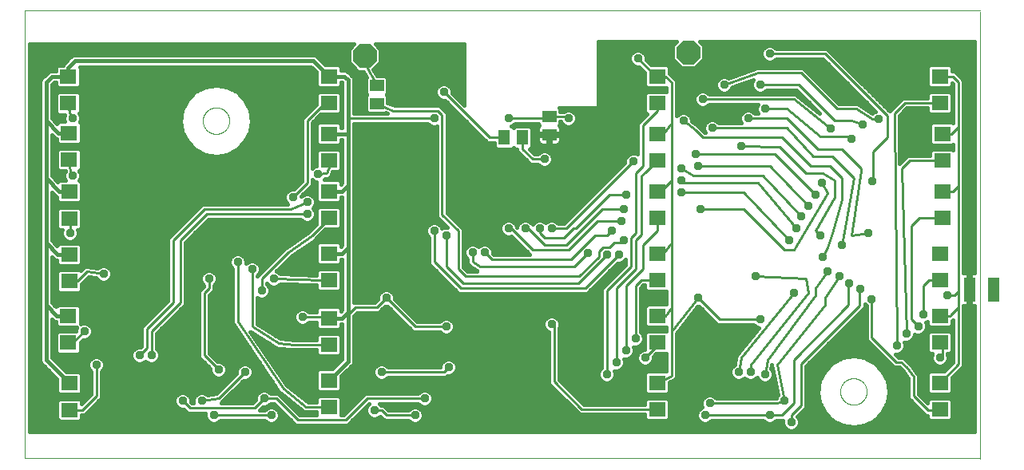
<source format=gtl>
G75*
%MOIN*%
%OFA0B0*%
%FSLAX25Y25*%
%IPPOS*%
%LPD*%
%AMOC8*
5,1,8,0,0,1.08239X$1,22.5*
%
%ADD10C,0.00000*%
%ADD11R,0.05906X0.05118*%
%ADD12R,0.07098X0.06299*%
%ADD13R,0.05118X0.06299*%
%ADD14OC8,0.10000*%
%ADD15R,0.05000X0.10000*%
%ADD16C,0.01000*%
%ADD17C,0.03762*%
%ADD18C,0.02400*%
%ADD19C,0.01600*%
D10*
X0001800Y0001200D02*
X0001800Y0188161D01*
X0400501Y0188161D01*
X0400661Y0187701D02*
X0400739Y0001000D01*
X0400501Y0001200D02*
X0001800Y0001200D01*
X0076288Y0142200D02*
X0076290Y0142348D01*
X0076296Y0142496D01*
X0076306Y0142644D01*
X0076320Y0142791D01*
X0076338Y0142938D01*
X0076359Y0143084D01*
X0076385Y0143230D01*
X0076415Y0143375D01*
X0076448Y0143519D01*
X0076486Y0143662D01*
X0076527Y0143804D01*
X0076572Y0143945D01*
X0076620Y0144085D01*
X0076673Y0144224D01*
X0076729Y0144361D01*
X0076789Y0144496D01*
X0076852Y0144630D01*
X0076919Y0144762D01*
X0076990Y0144892D01*
X0077064Y0145020D01*
X0077141Y0145146D01*
X0077222Y0145270D01*
X0077306Y0145392D01*
X0077393Y0145511D01*
X0077484Y0145628D01*
X0077578Y0145743D01*
X0077674Y0145855D01*
X0077774Y0145965D01*
X0077876Y0146071D01*
X0077982Y0146175D01*
X0078090Y0146276D01*
X0078201Y0146374D01*
X0078314Y0146470D01*
X0078430Y0146562D01*
X0078548Y0146651D01*
X0078669Y0146736D01*
X0078792Y0146819D01*
X0078917Y0146898D01*
X0079044Y0146974D01*
X0079173Y0147046D01*
X0079304Y0147115D01*
X0079437Y0147180D01*
X0079572Y0147241D01*
X0079708Y0147299D01*
X0079845Y0147354D01*
X0079984Y0147404D01*
X0080125Y0147451D01*
X0080266Y0147494D01*
X0080409Y0147534D01*
X0080553Y0147569D01*
X0080697Y0147601D01*
X0080843Y0147628D01*
X0080989Y0147652D01*
X0081136Y0147672D01*
X0081283Y0147688D01*
X0081430Y0147700D01*
X0081578Y0147708D01*
X0081726Y0147712D01*
X0081874Y0147712D01*
X0082022Y0147708D01*
X0082170Y0147700D01*
X0082317Y0147688D01*
X0082464Y0147672D01*
X0082611Y0147652D01*
X0082757Y0147628D01*
X0082903Y0147601D01*
X0083047Y0147569D01*
X0083191Y0147534D01*
X0083334Y0147494D01*
X0083475Y0147451D01*
X0083616Y0147404D01*
X0083755Y0147354D01*
X0083892Y0147299D01*
X0084028Y0147241D01*
X0084163Y0147180D01*
X0084296Y0147115D01*
X0084427Y0147046D01*
X0084556Y0146974D01*
X0084683Y0146898D01*
X0084808Y0146819D01*
X0084931Y0146736D01*
X0085052Y0146651D01*
X0085170Y0146562D01*
X0085286Y0146470D01*
X0085399Y0146374D01*
X0085510Y0146276D01*
X0085618Y0146175D01*
X0085724Y0146071D01*
X0085826Y0145965D01*
X0085926Y0145855D01*
X0086022Y0145743D01*
X0086116Y0145628D01*
X0086207Y0145511D01*
X0086294Y0145392D01*
X0086378Y0145270D01*
X0086459Y0145146D01*
X0086536Y0145020D01*
X0086610Y0144892D01*
X0086681Y0144762D01*
X0086748Y0144630D01*
X0086811Y0144496D01*
X0086871Y0144361D01*
X0086927Y0144224D01*
X0086980Y0144085D01*
X0087028Y0143945D01*
X0087073Y0143804D01*
X0087114Y0143662D01*
X0087152Y0143519D01*
X0087185Y0143375D01*
X0087215Y0143230D01*
X0087241Y0143084D01*
X0087262Y0142938D01*
X0087280Y0142791D01*
X0087294Y0142644D01*
X0087304Y0142496D01*
X0087310Y0142348D01*
X0087312Y0142200D01*
X0087310Y0142052D01*
X0087304Y0141904D01*
X0087294Y0141756D01*
X0087280Y0141609D01*
X0087262Y0141462D01*
X0087241Y0141316D01*
X0087215Y0141170D01*
X0087185Y0141025D01*
X0087152Y0140881D01*
X0087114Y0140738D01*
X0087073Y0140596D01*
X0087028Y0140455D01*
X0086980Y0140315D01*
X0086927Y0140176D01*
X0086871Y0140039D01*
X0086811Y0139904D01*
X0086748Y0139770D01*
X0086681Y0139638D01*
X0086610Y0139508D01*
X0086536Y0139380D01*
X0086459Y0139254D01*
X0086378Y0139130D01*
X0086294Y0139008D01*
X0086207Y0138889D01*
X0086116Y0138772D01*
X0086022Y0138657D01*
X0085926Y0138545D01*
X0085826Y0138435D01*
X0085724Y0138329D01*
X0085618Y0138225D01*
X0085510Y0138124D01*
X0085399Y0138026D01*
X0085286Y0137930D01*
X0085170Y0137838D01*
X0085052Y0137749D01*
X0084931Y0137664D01*
X0084808Y0137581D01*
X0084683Y0137502D01*
X0084556Y0137426D01*
X0084427Y0137354D01*
X0084296Y0137285D01*
X0084163Y0137220D01*
X0084028Y0137159D01*
X0083892Y0137101D01*
X0083755Y0137046D01*
X0083616Y0136996D01*
X0083475Y0136949D01*
X0083334Y0136906D01*
X0083191Y0136866D01*
X0083047Y0136831D01*
X0082903Y0136799D01*
X0082757Y0136772D01*
X0082611Y0136748D01*
X0082464Y0136728D01*
X0082317Y0136712D01*
X0082170Y0136700D01*
X0082022Y0136692D01*
X0081874Y0136688D01*
X0081726Y0136688D01*
X0081578Y0136692D01*
X0081430Y0136700D01*
X0081283Y0136712D01*
X0081136Y0136728D01*
X0080989Y0136748D01*
X0080843Y0136772D01*
X0080697Y0136799D01*
X0080553Y0136831D01*
X0080409Y0136866D01*
X0080266Y0136906D01*
X0080125Y0136949D01*
X0079984Y0136996D01*
X0079845Y0137046D01*
X0079708Y0137101D01*
X0079572Y0137159D01*
X0079437Y0137220D01*
X0079304Y0137285D01*
X0079173Y0137354D01*
X0079044Y0137426D01*
X0078917Y0137502D01*
X0078792Y0137581D01*
X0078669Y0137664D01*
X0078548Y0137749D01*
X0078430Y0137838D01*
X0078314Y0137930D01*
X0078201Y0138026D01*
X0078090Y0138124D01*
X0077982Y0138225D01*
X0077876Y0138329D01*
X0077774Y0138435D01*
X0077674Y0138545D01*
X0077578Y0138657D01*
X0077484Y0138772D01*
X0077393Y0138889D01*
X0077306Y0139008D01*
X0077222Y0139130D01*
X0077141Y0139254D01*
X0077064Y0139380D01*
X0076990Y0139508D01*
X0076919Y0139638D01*
X0076852Y0139770D01*
X0076789Y0139904D01*
X0076729Y0140039D01*
X0076673Y0140176D01*
X0076620Y0140315D01*
X0076572Y0140455D01*
X0076527Y0140596D01*
X0076486Y0140738D01*
X0076448Y0140881D01*
X0076415Y0141025D01*
X0076385Y0141170D01*
X0076359Y0141316D01*
X0076338Y0141462D01*
X0076320Y0141609D01*
X0076306Y0141756D01*
X0076296Y0141904D01*
X0076290Y0142052D01*
X0076288Y0142200D01*
X0342288Y0029100D02*
X0342290Y0029248D01*
X0342296Y0029396D01*
X0342306Y0029544D01*
X0342320Y0029691D01*
X0342338Y0029838D01*
X0342359Y0029984D01*
X0342385Y0030130D01*
X0342415Y0030275D01*
X0342448Y0030419D01*
X0342486Y0030562D01*
X0342527Y0030704D01*
X0342572Y0030845D01*
X0342620Y0030985D01*
X0342673Y0031124D01*
X0342729Y0031261D01*
X0342789Y0031396D01*
X0342852Y0031530D01*
X0342919Y0031662D01*
X0342990Y0031792D01*
X0343064Y0031920D01*
X0343141Y0032046D01*
X0343222Y0032170D01*
X0343306Y0032292D01*
X0343393Y0032411D01*
X0343484Y0032528D01*
X0343578Y0032643D01*
X0343674Y0032755D01*
X0343774Y0032865D01*
X0343876Y0032971D01*
X0343982Y0033075D01*
X0344090Y0033176D01*
X0344201Y0033274D01*
X0344314Y0033370D01*
X0344430Y0033462D01*
X0344548Y0033551D01*
X0344669Y0033636D01*
X0344792Y0033719D01*
X0344917Y0033798D01*
X0345044Y0033874D01*
X0345173Y0033946D01*
X0345304Y0034015D01*
X0345437Y0034080D01*
X0345572Y0034141D01*
X0345708Y0034199D01*
X0345845Y0034254D01*
X0345984Y0034304D01*
X0346125Y0034351D01*
X0346266Y0034394D01*
X0346409Y0034434D01*
X0346553Y0034469D01*
X0346697Y0034501D01*
X0346843Y0034528D01*
X0346989Y0034552D01*
X0347136Y0034572D01*
X0347283Y0034588D01*
X0347430Y0034600D01*
X0347578Y0034608D01*
X0347726Y0034612D01*
X0347874Y0034612D01*
X0348022Y0034608D01*
X0348170Y0034600D01*
X0348317Y0034588D01*
X0348464Y0034572D01*
X0348611Y0034552D01*
X0348757Y0034528D01*
X0348903Y0034501D01*
X0349047Y0034469D01*
X0349191Y0034434D01*
X0349334Y0034394D01*
X0349475Y0034351D01*
X0349616Y0034304D01*
X0349755Y0034254D01*
X0349892Y0034199D01*
X0350028Y0034141D01*
X0350163Y0034080D01*
X0350296Y0034015D01*
X0350427Y0033946D01*
X0350556Y0033874D01*
X0350683Y0033798D01*
X0350808Y0033719D01*
X0350931Y0033636D01*
X0351052Y0033551D01*
X0351170Y0033462D01*
X0351286Y0033370D01*
X0351399Y0033274D01*
X0351510Y0033176D01*
X0351618Y0033075D01*
X0351724Y0032971D01*
X0351826Y0032865D01*
X0351926Y0032755D01*
X0352022Y0032643D01*
X0352116Y0032528D01*
X0352207Y0032411D01*
X0352294Y0032292D01*
X0352378Y0032170D01*
X0352459Y0032046D01*
X0352536Y0031920D01*
X0352610Y0031792D01*
X0352681Y0031662D01*
X0352748Y0031530D01*
X0352811Y0031396D01*
X0352871Y0031261D01*
X0352927Y0031124D01*
X0352980Y0030985D01*
X0353028Y0030845D01*
X0353073Y0030704D01*
X0353114Y0030562D01*
X0353152Y0030419D01*
X0353185Y0030275D01*
X0353215Y0030130D01*
X0353241Y0029984D01*
X0353262Y0029838D01*
X0353280Y0029691D01*
X0353294Y0029544D01*
X0353304Y0029396D01*
X0353310Y0029248D01*
X0353312Y0029100D01*
X0353310Y0028952D01*
X0353304Y0028804D01*
X0353294Y0028656D01*
X0353280Y0028509D01*
X0353262Y0028362D01*
X0353241Y0028216D01*
X0353215Y0028070D01*
X0353185Y0027925D01*
X0353152Y0027781D01*
X0353114Y0027638D01*
X0353073Y0027496D01*
X0353028Y0027355D01*
X0352980Y0027215D01*
X0352927Y0027076D01*
X0352871Y0026939D01*
X0352811Y0026804D01*
X0352748Y0026670D01*
X0352681Y0026538D01*
X0352610Y0026408D01*
X0352536Y0026280D01*
X0352459Y0026154D01*
X0352378Y0026030D01*
X0352294Y0025908D01*
X0352207Y0025789D01*
X0352116Y0025672D01*
X0352022Y0025557D01*
X0351926Y0025445D01*
X0351826Y0025335D01*
X0351724Y0025229D01*
X0351618Y0025125D01*
X0351510Y0025024D01*
X0351399Y0024926D01*
X0351286Y0024830D01*
X0351170Y0024738D01*
X0351052Y0024649D01*
X0350931Y0024564D01*
X0350808Y0024481D01*
X0350683Y0024402D01*
X0350556Y0024326D01*
X0350427Y0024254D01*
X0350296Y0024185D01*
X0350163Y0024120D01*
X0350028Y0024059D01*
X0349892Y0024001D01*
X0349755Y0023946D01*
X0349616Y0023896D01*
X0349475Y0023849D01*
X0349334Y0023806D01*
X0349191Y0023766D01*
X0349047Y0023731D01*
X0348903Y0023699D01*
X0348757Y0023672D01*
X0348611Y0023648D01*
X0348464Y0023628D01*
X0348317Y0023612D01*
X0348170Y0023600D01*
X0348022Y0023592D01*
X0347874Y0023588D01*
X0347726Y0023588D01*
X0347578Y0023592D01*
X0347430Y0023600D01*
X0347283Y0023612D01*
X0347136Y0023628D01*
X0346989Y0023648D01*
X0346843Y0023672D01*
X0346697Y0023699D01*
X0346553Y0023731D01*
X0346409Y0023766D01*
X0346266Y0023806D01*
X0346125Y0023849D01*
X0345984Y0023896D01*
X0345845Y0023946D01*
X0345708Y0024001D01*
X0345572Y0024059D01*
X0345437Y0024120D01*
X0345304Y0024185D01*
X0345173Y0024254D01*
X0345044Y0024326D01*
X0344917Y0024402D01*
X0344792Y0024481D01*
X0344669Y0024564D01*
X0344548Y0024649D01*
X0344430Y0024738D01*
X0344314Y0024830D01*
X0344201Y0024926D01*
X0344090Y0025024D01*
X0343982Y0025125D01*
X0343876Y0025229D01*
X0343774Y0025335D01*
X0343674Y0025445D01*
X0343578Y0025557D01*
X0343484Y0025672D01*
X0343393Y0025789D01*
X0343306Y0025908D01*
X0343222Y0026030D01*
X0343141Y0026154D01*
X0343064Y0026280D01*
X0342990Y0026408D01*
X0342919Y0026538D01*
X0342852Y0026670D01*
X0342789Y0026804D01*
X0342729Y0026939D01*
X0342673Y0027076D01*
X0342620Y0027215D01*
X0342572Y0027355D01*
X0342527Y0027496D01*
X0342486Y0027638D01*
X0342448Y0027781D01*
X0342415Y0027925D01*
X0342385Y0028070D01*
X0342359Y0028216D01*
X0342338Y0028362D01*
X0342320Y0028509D01*
X0342306Y0028656D01*
X0342296Y0028804D01*
X0342290Y0028952D01*
X0342288Y0029100D01*
D11*
X0220800Y0136460D03*
X0220800Y0143940D03*
X0148800Y0149460D03*
X0148800Y0156940D03*
D12*
X0128800Y0160798D03*
X0128800Y0149602D03*
X0128800Y0136798D03*
X0128800Y0125602D03*
X0128800Y0112798D03*
X0128800Y0101602D03*
X0128800Y0086798D03*
X0128800Y0075602D03*
X0128800Y0059798D03*
X0128800Y0048602D03*
X0128800Y0033798D03*
X0128800Y0022602D03*
X0020600Y0021402D03*
X0020600Y0032598D03*
X0020000Y0049502D03*
X0020000Y0060698D03*
X0020500Y0075202D03*
X0020500Y0086398D03*
X0020500Y0101402D03*
X0020500Y0112598D03*
X0020400Y0125902D03*
X0020400Y0137098D03*
X0020000Y0149502D03*
X0020000Y0160698D03*
X0265800Y0160798D03*
X0265800Y0149602D03*
X0265800Y0136798D03*
X0265800Y0125602D03*
X0265800Y0112798D03*
X0265800Y0101602D03*
X0265800Y0086798D03*
X0265800Y0075602D03*
X0265800Y0060798D03*
X0265800Y0049602D03*
X0265800Y0032798D03*
X0265800Y0021602D03*
X0383800Y0021602D03*
X0383800Y0032798D03*
X0383800Y0049602D03*
X0383800Y0060798D03*
X0383800Y0075602D03*
X0383800Y0086798D03*
X0384800Y0101602D03*
X0384800Y0112798D03*
X0384800Y0125602D03*
X0384800Y0136798D03*
X0383800Y0149602D03*
X0383800Y0160798D03*
D13*
X0209540Y0135200D03*
X0202060Y0135200D03*
D14*
X0143800Y0169400D03*
X0278800Y0170800D03*
D15*
X0396200Y0071800D03*
X0406200Y0071800D03*
D16*
X0391500Y0070900D02*
X0391500Y0064200D01*
X0388398Y0061098D01*
X0388398Y0060798D01*
X0383800Y0060798D01*
X0376800Y0061200D02*
X0376800Y0073200D01*
X0379202Y0075602D01*
X0383800Y0075602D01*
X0389800Y0069200D02*
X0391500Y0070900D01*
X0391500Y0114900D01*
X0389398Y0112798D01*
X0384800Y0112798D01*
X0391500Y0114900D02*
X0391500Y0139800D01*
X0388498Y0136798D01*
X0384800Y0136798D01*
X0387398Y0136798D01*
X0391500Y0139800D02*
X0391500Y0158400D01*
X0389202Y0160698D01*
X0389202Y0160798D01*
X0383800Y0160798D01*
X0383800Y0149602D02*
X0369202Y0149602D01*
X0364800Y0145200D01*
X0365800Y0048200D01*
X0365600Y0041300D02*
X0355400Y0051500D01*
X0355400Y0067700D01*
X0350400Y0065100D02*
X0350400Y0071900D01*
X0350500Y0072000D01*
X0345800Y0074200D02*
X0345700Y0074100D01*
X0345700Y0065300D01*
X0322800Y0042400D01*
X0322800Y0024200D01*
X0317800Y0019200D01*
X0312800Y0019200D01*
X0285800Y0019200D01*
X0287800Y0024200D02*
X0315800Y0024200D01*
X0318800Y0025200D01*
X0315800Y0040200D01*
X0335800Y0065200D01*
X0335800Y0068200D01*
X0341800Y0077200D01*
X0336800Y0079200D02*
X0331800Y0072200D01*
X0331800Y0069200D01*
X0311800Y0042200D01*
X0310800Y0036200D01*
X0304800Y0037200D02*
X0304800Y0040200D01*
X0328800Y0070200D01*
X0327800Y0076200D01*
X0306800Y0077200D01*
X0322800Y0070200D02*
X0300800Y0043200D01*
X0299800Y0037200D01*
X0288800Y0029200D02*
X0276800Y0029200D01*
X0273800Y0032200D01*
X0271800Y0035798D02*
X0265800Y0032798D01*
X0271800Y0035798D02*
X0271800Y0054200D01*
X0282800Y0068200D01*
X0291800Y0059200D01*
X0308800Y0059200D01*
X0271800Y0064200D02*
X0271800Y0054200D01*
X0265800Y0049602D02*
X0265800Y0048200D01*
X0260800Y0043200D01*
X0252800Y0046200D02*
X0252800Y0073200D01*
X0259800Y0080200D01*
X0259800Y0090200D01*
X0265800Y0096200D01*
X0265800Y0101602D01*
X0259300Y0094700D02*
X0256800Y0092200D01*
X0256800Y0080200D01*
X0248800Y0072200D01*
X0248800Y0041200D01*
X0244800Y0036200D02*
X0244800Y0071200D01*
X0254800Y0081200D01*
X0254800Y0093200D01*
X0256800Y0095200D01*
X0256800Y0120200D01*
X0259800Y0123200D01*
X0259800Y0140200D01*
X0265800Y0146200D01*
X0265800Y0149602D01*
X0271800Y0141200D02*
X0271800Y0158200D01*
X0269202Y0160798D01*
X0265800Y0160798D01*
X0265202Y0160798D01*
X0257800Y0168200D01*
X0284800Y0151200D02*
X0322800Y0151200D01*
X0338400Y0139000D01*
X0339800Y0142200D02*
X0346800Y0142200D01*
X0351800Y0140500D01*
X0351600Y0140500D01*
X0355500Y0143000D02*
X0358200Y0142900D01*
X0355500Y0143000D02*
X0348800Y0147200D01*
X0340800Y0147200D01*
X0325800Y0162200D01*
X0307800Y0162200D01*
X0293800Y0157200D01*
X0308800Y0157200D02*
X0324800Y0157200D01*
X0339800Y0142200D01*
X0345300Y0135600D02*
X0334100Y0135600D01*
X0319800Y0147200D01*
X0310800Y0147200D01*
X0303800Y0143200D02*
X0319800Y0143200D01*
X0332800Y0130200D01*
X0342800Y0130200D01*
X0350800Y0122200D01*
X0350800Y0121200D01*
X0346800Y0094200D01*
X0353800Y0095200D01*
X0342800Y0090200D02*
X0347800Y0118200D01*
X0338800Y0127200D01*
X0330800Y0127200D01*
X0319800Y0139200D01*
X0288800Y0139200D01*
X0284800Y0135200D02*
X0281800Y0138200D01*
X0276800Y0142200D01*
X0271800Y0141200D02*
X0268398Y0136798D01*
X0265800Y0136798D01*
X0271800Y0141200D02*
X0271800Y0117200D01*
X0267398Y0112798D01*
X0265800Y0112798D01*
X0271800Y0117200D02*
X0271800Y0091200D01*
X0268398Y0086798D01*
X0265800Y0086798D01*
X0271800Y0091200D02*
X0271800Y0064200D01*
X0269398Y0060798D01*
X0265800Y0060798D01*
X0256800Y0051200D02*
X0256800Y0073200D01*
X0259202Y0075602D01*
X0265800Y0075602D01*
X0249800Y0086200D02*
X0235800Y0072200D01*
X0183800Y0072200D01*
X0172800Y0083200D01*
X0172800Y0096200D01*
X0177800Y0094200D02*
X0177800Y0081200D01*
X0184800Y0074200D01*
X0232800Y0074200D01*
X0244800Y0086200D01*
X0241519Y0085464D02*
X0241519Y0087559D01*
X0243441Y0089481D01*
X0246081Y0089481D01*
X0247800Y0091200D01*
X0250800Y0091200D01*
X0251800Y0092200D01*
X0246800Y0096200D02*
X0244800Y0094200D01*
X0239800Y0094200D01*
X0229800Y0084200D01*
X0196800Y0084200D01*
X0193800Y0087200D01*
X0188800Y0087200D02*
X0188800Y0083200D01*
X0191800Y0081200D01*
X0231440Y0081200D01*
X0237120Y0086880D01*
X0241519Y0085464D02*
X0233254Y0077200D01*
X0185800Y0077200D01*
X0182800Y0080200D01*
X0182800Y0096200D01*
X0176081Y0102919D01*
X0176081Y0144559D01*
X0174159Y0146481D01*
X0155779Y0146481D01*
X0148800Y0149460D01*
X0148800Y0156940D02*
X0143800Y0165940D01*
X0143800Y0169400D01*
X0176800Y0154200D02*
X0195800Y0135200D01*
X0202060Y0135200D01*
X0209540Y0135200D02*
X0209540Y0130460D01*
X0213800Y0126200D01*
X0218800Y0126200D01*
X0220800Y0136460D02*
X0227540Y0136460D01*
X0227800Y0136200D01*
X0228800Y0143200D02*
X0228060Y0143940D01*
X0220800Y0143940D01*
X0220060Y0143200D01*
X0203800Y0143200D01*
X0172800Y0143200D02*
X0136800Y0143200D01*
X0128800Y0149602D02*
X0127202Y0149602D01*
X0119800Y0142200D01*
X0119800Y0116200D01*
X0113800Y0110200D01*
X0112800Y0105200D02*
X0119800Y0108200D01*
X0112800Y0105200D02*
X0076800Y0105200D01*
X0063800Y0092200D01*
X0063800Y0066200D01*
X0052800Y0055200D01*
X0052800Y0047200D01*
X0049800Y0044200D01*
X0054800Y0044200D02*
X0054800Y0054200D01*
X0066800Y0066200D01*
X0066800Y0092200D01*
X0077800Y0103200D01*
X0119800Y0103200D01*
X0128800Y0101602D02*
X0128800Y0101200D01*
X0121800Y0094200D01*
X0111800Y0087200D01*
X0100800Y0076200D01*
X0100800Y0071200D01*
X0105800Y0076200D02*
X0126202Y0075602D01*
X0128800Y0075602D01*
X0139800Y0064200D02*
X0136800Y0061200D01*
X0139800Y0064200D02*
X0148800Y0064200D01*
X0152800Y0068200D01*
X0164800Y0056200D01*
X0177800Y0056200D01*
X0175800Y0051200D02*
X0160800Y0051200D01*
X0175800Y0051200D02*
X0188800Y0038200D01*
X0218800Y0038200D01*
X0226800Y0038200D02*
X0235800Y0029200D01*
X0248800Y0029200D01*
X0234398Y0021602D02*
X0222800Y0033200D01*
X0222800Y0056200D01*
X0221800Y0057200D01*
X0178800Y0039200D02*
X0176800Y0037200D01*
X0150800Y0037200D01*
X0144800Y0026200D02*
X0168800Y0026200D01*
X0164800Y0019200D02*
X0152800Y0019200D01*
X0150800Y0021200D01*
X0147800Y0021200D01*
X0144800Y0026200D02*
X0135800Y0017200D01*
X0115800Y0017200D01*
X0106800Y0026200D01*
X0101800Y0026200D01*
X0097800Y0022200D01*
X0070800Y0022200D01*
X0067800Y0025200D01*
X0075800Y0025200D02*
X0082800Y0026200D01*
X0093800Y0037200D01*
X0101800Y0034200D02*
X0103800Y0032200D01*
X0103800Y0031200D01*
X0109800Y0030200D02*
X0119398Y0022602D01*
X0128800Y0022602D01*
X0109800Y0030200D02*
X0090800Y0058200D01*
X0090800Y0083200D01*
X0096800Y0080200D02*
X0096800Y0056200D01*
X0107800Y0049200D01*
X0114398Y0048602D01*
X0128800Y0048602D01*
X0122800Y0042200D02*
X0115800Y0033200D01*
X0104800Y0019200D02*
X0080800Y0019200D01*
X0082800Y0038200D02*
X0076800Y0044200D01*
X0076800Y0070200D01*
X0078800Y0072200D01*
X0078800Y0076200D01*
X0117800Y0060200D02*
X0128398Y0060200D01*
X0128800Y0059798D01*
X0203800Y0097200D02*
X0204800Y0097200D01*
X0213800Y0088200D01*
X0228800Y0088200D01*
X0240800Y0100200D01*
X0250800Y0100200D01*
X0259300Y0094700D02*
X0259300Y0119200D01*
X0260800Y0120700D01*
X0260898Y0120700D01*
X0265800Y0125602D01*
X0255800Y0125200D02*
X0227800Y0097200D01*
X0221800Y0097200D01*
X0218800Y0093200D02*
X0216800Y0095200D01*
X0216800Y0097200D01*
X0211800Y0097200D02*
X0218800Y0090200D01*
X0227800Y0090200D01*
X0242800Y0105200D01*
X0251800Y0105200D01*
X0252800Y0111200D02*
X0245800Y0111200D01*
X0231800Y0097200D01*
X0230800Y0097200D01*
X0226800Y0093200D01*
X0218800Y0093200D01*
X0211800Y0097200D02*
X0210800Y0097200D01*
X0275800Y0112200D02*
X0301800Y0112200D01*
X0320800Y0092200D01*
X0318800Y0088200D02*
X0322800Y0088200D01*
X0337100Y0112000D01*
X0334700Y0116200D01*
X0334800Y0120200D02*
X0339800Y0117200D01*
X0339800Y0110200D01*
X0331800Y0096200D01*
X0333900Y0094200D01*
X0338800Y0095200D02*
X0342800Y0109200D01*
X0342800Y0118200D01*
X0337800Y0123200D01*
X0329800Y0123200D01*
X0317800Y0135200D01*
X0284800Y0135200D01*
X0281800Y0128200D02*
X0314800Y0128200D01*
X0331800Y0111200D01*
X0328800Y0106700D02*
X0312800Y0123200D01*
X0282800Y0123200D01*
X0280800Y0119200D02*
X0275800Y0122200D01*
X0280800Y0119200D02*
X0309800Y0119200D01*
X0325800Y0102200D01*
X0323800Y0097200D02*
X0307800Y0116200D01*
X0276800Y0116200D01*
X0275800Y0117200D01*
X0283800Y0105200D02*
X0301800Y0105200D01*
X0318800Y0088200D01*
X0334800Y0085200D02*
X0336800Y0089200D01*
X0338800Y0095200D01*
X0371800Y0098200D02*
X0371800Y0059200D01*
X0374800Y0056200D01*
X0369800Y0053200D02*
X0367800Y0122200D01*
X0371202Y0125602D01*
X0384800Y0125602D01*
X0361800Y0135200D02*
X0361800Y0144200D01*
X0335800Y0170200D01*
X0312800Y0170200D01*
X0345300Y0135600D02*
X0346900Y0134600D01*
X0355800Y0129200D02*
X0361800Y0135200D01*
X0355800Y0129200D02*
X0355800Y0117200D01*
X0355600Y0116900D01*
X0334800Y0120200D02*
X0327800Y0120200D01*
X0316800Y0131200D01*
X0300800Y0131600D01*
X0371800Y0098200D02*
X0375202Y0101602D01*
X0384800Y0101602D01*
X0383800Y0086798D02*
X0386398Y0086798D01*
X0386800Y0069200D02*
X0389800Y0069200D01*
X0391500Y0064200D02*
X0391500Y0040498D01*
X0383800Y0032798D01*
X0372800Y0035200D02*
X0372800Y0027200D01*
X0378800Y0021200D01*
X0383398Y0021200D01*
X0383800Y0021602D01*
X0372800Y0035200D02*
X0369800Y0039200D01*
X0367700Y0041300D01*
X0365600Y0041300D01*
X0383800Y0043200D02*
X0384800Y0044200D01*
X0384800Y0046200D01*
X0383800Y0049602D01*
X0350400Y0065100D02*
X0325800Y0040500D01*
X0325800Y0023200D01*
X0321800Y0019200D01*
X0321800Y0016200D01*
X0265800Y0021602D02*
X0234398Y0021602D01*
X0039800Y0023200D02*
X0036800Y0023200D01*
X0034800Y0025200D01*
X0034800Y0034200D01*
X0031800Y0040200D02*
X0031800Y0027200D01*
X0026002Y0021402D01*
X0020600Y0021402D01*
X0020000Y0049502D02*
X0022102Y0049502D01*
X0026800Y0054200D01*
X0023802Y0075202D02*
X0020500Y0075202D01*
X0023802Y0075202D02*
X0027800Y0079200D01*
X0034800Y0078200D01*
X0020800Y0095200D02*
X0020800Y0101102D01*
X0020500Y0101402D01*
X0021800Y0119200D02*
X0021098Y0120902D01*
X0020400Y0125902D01*
X0021800Y0143200D02*
X0020498Y0145502D01*
X0020000Y0149502D01*
X0124400Y0120000D02*
X0127800Y0120200D01*
X0129202Y0123602D01*
X0128800Y0125602D01*
D17*
X0124400Y0120000D03*
X0113800Y0110200D03*
X0119800Y0108200D03*
X0119800Y0103200D03*
X0090800Y0083200D03*
X0096800Y0080200D03*
X0105800Y0076200D03*
X0100800Y0071200D03*
X0078800Y0076200D03*
X0117800Y0060200D03*
X0130800Y0042200D03*
X0142800Y0041200D03*
X0150800Y0037200D03*
X0168800Y0026200D03*
X0164800Y0019200D03*
X0147800Y0021200D03*
X0115800Y0033200D03*
X0103800Y0031200D03*
X0101800Y0026200D03*
X0104800Y0019200D03*
X0080800Y0019200D03*
X0075800Y0025200D03*
X0067800Y0025200D03*
X0073800Y0032200D03*
X0082800Y0038200D03*
X0093800Y0037200D03*
X0054800Y0044200D03*
X0049800Y0044200D03*
X0031800Y0040200D03*
X0026800Y0054200D03*
X0034800Y0078200D03*
X0020800Y0095200D03*
X0021800Y0119200D03*
X0021800Y0143200D03*
X0172800Y0143200D03*
X0176800Y0154200D03*
X0203800Y0143200D03*
X0227800Y0136200D03*
X0228800Y0143200D03*
X0218800Y0126200D03*
X0252800Y0111200D03*
X0251800Y0105200D03*
X0250800Y0100200D03*
X0246800Y0096200D03*
X0251800Y0092200D03*
X0249800Y0086200D03*
X0244800Y0086200D03*
X0237120Y0086880D03*
X0221800Y0097200D03*
X0216800Y0097200D03*
X0210800Y0097200D03*
X0203800Y0097200D03*
X0193800Y0087200D03*
X0188800Y0087200D03*
X0177800Y0094200D03*
X0172800Y0096200D03*
X0152800Y0068200D03*
X0177800Y0056200D03*
X0160800Y0051200D03*
X0178800Y0039200D03*
X0218800Y0038200D03*
X0226800Y0038200D03*
X0244800Y0036200D03*
X0248800Y0041200D03*
X0252800Y0046200D03*
X0260800Y0043200D03*
X0256800Y0051200D03*
X0282800Y0068200D03*
X0306800Y0077200D03*
X0322800Y0070200D03*
X0336800Y0079200D03*
X0341800Y0077200D03*
X0345800Y0074200D03*
X0350500Y0072000D03*
X0355400Y0067700D03*
X0376800Y0061200D03*
X0374800Y0056200D03*
X0369800Y0053200D03*
X0365800Y0048200D03*
X0383800Y0043200D03*
X0386800Y0069200D03*
X0342800Y0090200D03*
X0334800Y0085200D03*
X0320800Y0092200D03*
X0323800Y0097200D03*
X0325800Y0102200D03*
X0328800Y0106700D03*
X0331800Y0111200D03*
X0334700Y0116200D03*
X0355600Y0116900D03*
X0346900Y0134600D03*
X0338400Y0139000D03*
X0351600Y0140500D03*
X0358200Y0142900D03*
X0310800Y0147200D03*
X0303800Y0143200D03*
X0288800Y0139200D03*
X0276800Y0142200D03*
X0284800Y0151200D03*
X0293800Y0157200D03*
X0308800Y0157200D03*
X0312800Y0170200D03*
X0257800Y0168200D03*
X0300800Y0131600D03*
X0281800Y0128200D03*
X0282800Y0123200D03*
X0275800Y0122200D03*
X0275800Y0117200D03*
X0275800Y0112200D03*
X0283800Y0105200D03*
X0255800Y0125200D03*
X0333900Y0094200D03*
X0353800Y0095200D03*
X0308800Y0059200D03*
X0304800Y0037200D03*
X0310800Y0036200D03*
X0299800Y0037200D03*
X0288800Y0029200D03*
X0287800Y0024200D03*
X0285800Y0019200D03*
X0273800Y0032200D03*
X0248800Y0029200D03*
X0221800Y0057200D03*
X0312800Y0019200D03*
X0321800Y0016200D03*
X0318800Y0025200D03*
X0039800Y0023200D03*
D18*
X0122800Y0042200D02*
X0130800Y0042200D01*
X0142800Y0041200D02*
X0142800Y0043200D01*
X0150800Y0051200D01*
X0160800Y0051200D01*
D19*
X0163930Y0054100D02*
X0174977Y0054100D01*
X0175828Y0053249D01*
X0177108Y0052719D01*
X0178492Y0052719D01*
X0179772Y0053249D01*
X0180751Y0054228D01*
X0181281Y0055508D01*
X0181281Y0056892D01*
X0180751Y0058172D01*
X0179772Y0059151D01*
X0178492Y0059681D01*
X0177108Y0059681D01*
X0175828Y0059151D01*
X0174977Y0058300D01*
X0165670Y0058300D01*
X0156281Y0067689D01*
X0156281Y0068892D01*
X0155751Y0070172D01*
X0154772Y0071151D01*
X0153492Y0071681D01*
X0152108Y0071681D01*
X0150828Y0071151D01*
X0149849Y0070172D01*
X0149319Y0068892D01*
X0149319Y0067689D01*
X0147930Y0066300D01*
X0139200Y0066300D01*
X0139200Y0141100D01*
X0169977Y0141100D01*
X0170828Y0140249D01*
X0172108Y0139719D01*
X0173492Y0139719D01*
X0173981Y0139921D01*
X0173981Y0102049D01*
X0178349Y0097681D01*
X0177108Y0097681D01*
X0176123Y0097273D01*
X0175751Y0098172D01*
X0174772Y0099151D01*
X0173492Y0099681D01*
X0172108Y0099681D01*
X0170828Y0099151D01*
X0169849Y0098172D01*
X0169319Y0096892D01*
X0169319Y0095508D01*
X0169849Y0094228D01*
X0170700Y0093377D01*
X0170700Y0082330D01*
X0181700Y0071330D01*
X0182930Y0070100D01*
X0236670Y0070100D01*
X0249289Y0082719D01*
X0250492Y0082719D01*
X0251772Y0083249D01*
X0252700Y0084177D01*
X0252700Y0082070D01*
X0242700Y0072070D01*
X0242700Y0039023D01*
X0241849Y0038172D01*
X0241319Y0036892D01*
X0241319Y0035508D01*
X0241849Y0034228D01*
X0242828Y0033249D01*
X0244108Y0032719D01*
X0245492Y0032719D01*
X0246772Y0033249D01*
X0247751Y0034228D01*
X0248281Y0035508D01*
X0248281Y0036892D01*
X0247904Y0037803D01*
X0248108Y0037719D01*
X0249492Y0037719D01*
X0250772Y0038249D01*
X0251751Y0039228D01*
X0252281Y0040508D01*
X0252281Y0041892D01*
X0251904Y0042803D01*
X0252108Y0042719D01*
X0253492Y0042719D01*
X0254772Y0043249D01*
X0255751Y0044228D01*
X0256281Y0045508D01*
X0256281Y0046892D01*
X0255904Y0047803D01*
X0256108Y0047719D01*
X0257492Y0047719D01*
X0258772Y0048249D01*
X0259751Y0049228D01*
X0260281Y0050508D01*
X0260281Y0051892D01*
X0259751Y0053172D01*
X0258900Y0054023D01*
X0258900Y0072330D01*
X0260071Y0073502D01*
X0260651Y0073502D01*
X0260651Y0071789D01*
X0261588Y0070852D01*
X0269700Y0070852D01*
X0269700Y0065548D01*
X0261588Y0065548D01*
X0260651Y0064611D01*
X0260651Y0056986D01*
X0261588Y0056049D01*
X0269700Y0056049D01*
X0269700Y0054926D01*
X0269611Y0054813D01*
X0269667Y0054351D01*
X0261588Y0054351D01*
X0260651Y0053414D01*
X0260651Y0046681D01*
X0260108Y0046681D01*
X0258828Y0046151D01*
X0257849Y0045172D01*
X0257319Y0043892D01*
X0257319Y0042508D01*
X0257849Y0041228D01*
X0258828Y0040249D01*
X0260108Y0039719D01*
X0261492Y0039719D01*
X0262772Y0040249D01*
X0263751Y0041228D01*
X0264281Y0042508D01*
X0264281Y0043711D01*
X0265422Y0044852D01*
X0269700Y0044852D01*
X0269700Y0037548D01*
X0261588Y0037548D01*
X0260651Y0036611D01*
X0260651Y0028986D01*
X0261588Y0028049D01*
X0270012Y0028049D01*
X0270949Y0028986D01*
X0270949Y0033025D01*
X0272296Y0033698D01*
X0272670Y0033698D01*
X0273044Y0034073D01*
X0273517Y0034309D01*
X0273635Y0034664D01*
X0273900Y0034929D01*
X0273900Y0035458D01*
X0274067Y0035960D01*
X0273900Y0036294D01*
X0273900Y0053474D01*
X0282736Y0064719D01*
X0283311Y0064719D01*
X0289700Y0058330D01*
X0290930Y0057100D01*
X0305977Y0057100D01*
X0306828Y0056249D01*
X0308108Y0055719D01*
X0308292Y0055719D01*
X0299350Y0044745D01*
X0298872Y0044403D01*
X0298820Y0044095D01*
X0298623Y0043852D01*
X0298682Y0043267D01*
X0298188Y0040300D01*
X0297828Y0040151D01*
X0296849Y0039172D01*
X0296319Y0037892D01*
X0296319Y0036508D01*
X0296849Y0035228D01*
X0297828Y0034249D01*
X0299108Y0033719D01*
X0300492Y0033719D01*
X0301772Y0034249D01*
X0302300Y0034777D01*
X0302828Y0034249D01*
X0304108Y0033719D01*
X0305492Y0033719D01*
X0306772Y0034249D01*
X0307527Y0035004D01*
X0307849Y0034228D01*
X0308828Y0033249D01*
X0310108Y0032719D01*
X0311492Y0032719D01*
X0312772Y0033249D01*
X0313751Y0034228D01*
X0314281Y0035508D01*
X0314281Y0036892D01*
X0313751Y0038172D01*
X0313328Y0038595D01*
X0313624Y0040371D01*
X0313723Y0039877D01*
X0313809Y0039104D01*
X0313891Y0039038D01*
X0316195Y0027518D01*
X0315849Y0027172D01*
X0315492Y0026311D01*
X0315459Y0026300D01*
X0290623Y0026300D01*
X0289772Y0027151D01*
X0288492Y0027681D01*
X0287108Y0027681D01*
X0285828Y0027151D01*
X0284849Y0026172D01*
X0284319Y0024892D01*
X0284319Y0023508D01*
X0284727Y0022523D01*
X0283828Y0022151D01*
X0282849Y0021172D01*
X0282319Y0019892D01*
X0282319Y0018508D01*
X0282849Y0017228D01*
X0283828Y0016249D01*
X0285108Y0015719D01*
X0286492Y0015719D01*
X0287772Y0016249D01*
X0288623Y0017100D01*
X0309977Y0017100D01*
X0310828Y0016249D01*
X0312108Y0015719D01*
X0313492Y0015719D01*
X0314772Y0016249D01*
X0315623Y0017100D01*
X0318405Y0017100D01*
X0318319Y0016892D01*
X0318319Y0015508D01*
X0318849Y0014228D01*
X0319828Y0013249D01*
X0321108Y0012719D01*
X0322492Y0012719D01*
X0323772Y0013249D01*
X0324751Y0014228D01*
X0325281Y0015508D01*
X0325281Y0016892D01*
X0324751Y0018172D01*
X0324246Y0018677D01*
X0326670Y0021100D01*
X0327900Y0022330D01*
X0327900Y0039630D01*
X0351270Y0063000D01*
X0352500Y0064230D01*
X0352500Y0065677D01*
X0353300Y0064877D01*
X0353300Y0050630D01*
X0363500Y0040430D01*
X0364730Y0039200D01*
X0366830Y0039200D01*
X0368210Y0037821D01*
X0370700Y0034500D01*
X0370700Y0026330D01*
X0371930Y0025100D01*
X0377930Y0019100D01*
X0378651Y0019100D01*
X0378651Y0017789D01*
X0379588Y0016852D01*
X0388012Y0016852D01*
X0388949Y0017789D01*
X0388949Y0025414D01*
X0388012Y0026351D01*
X0379588Y0026351D01*
X0378651Y0025414D01*
X0378651Y0024319D01*
X0374900Y0028070D01*
X0374900Y0035051D01*
X0375002Y0035764D01*
X0374900Y0035900D01*
X0374900Y0036070D01*
X0374390Y0036579D01*
X0371900Y0039900D01*
X0371900Y0040070D01*
X0371390Y0040579D01*
X0370958Y0041156D01*
X0370790Y0041180D01*
X0368570Y0043400D01*
X0366470Y0043400D01*
X0365151Y0044719D01*
X0366492Y0044719D01*
X0367772Y0045249D01*
X0368751Y0046228D01*
X0369281Y0047508D01*
X0369281Y0048892D01*
X0368904Y0049803D01*
X0369108Y0049719D01*
X0370492Y0049719D01*
X0371772Y0050249D01*
X0372751Y0051228D01*
X0373281Y0052508D01*
X0373281Y0053061D01*
X0374108Y0052719D01*
X0375492Y0052719D01*
X0376772Y0053249D01*
X0377751Y0054228D01*
X0378281Y0055508D01*
X0378281Y0056892D01*
X0377873Y0057877D01*
X0378651Y0058199D01*
X0378651Y0056986D01*
X0379588Y0056049D01*
X0388012Y0056049D01*
X0388949Y0056986D01*
X0388949Y0058698D01*
X0389268Y0058698D01*
X0389400Y0058830D01*
X0389400Y0041368D01*
X0385580Y0037548D01*
X0379588Y0037548D01*
X0378651Y0036611D01*
X0378651Y0028986D01*
X0379588Y0028049D01*
X0388012Y0028049D01*
X0388949Y0028986D01*
X0388949Y0034978D01*
X0393600Y0039629D01*
X0393600Y0065000D01*
X0395750Y0065000D01*
X0395750Y0071350D01*
X0396650Y0071350D01*
X0396650Y0065000D01*
X0398412Y0065000D01*
X0398435Y0012200D01*
X0004100Y0012200D01*
X0004100Y0174200D01*
X0139266Y0174200D01*
X0137200Y0172134D01*
X0137200Y0166666D01*
X0141066Y0162800D01*
X0143142Y0162800D01*
X0144479Y0160394D01*
X0144247Y0160162D01*
X0144247Y0153718D01*
X0144766Y0153200D01*
X0144247Y0152682D01*
X0144247Y0146238D01*
X0145184Y0145301D01*
X0152415Y0145301D01*
X0152649Y0145534D01*
X0153197Y0145300D01*
X0139200Y0145300D01*
X0139200Y0159677D01*
X0138835Y0160559D01*
X0136561Y0162833D01*
X0135679Y0163198D01*
X0133949Y0163198D01*
X0133949Y0164611D01*
X0133012Y0165548D01*
X0127445Y0165548D01*
X0123758Y0169235D01*
X0122876Y0169600D01*
X0022323Y0169600D01*
X0021441Y0169235D01*
X0020765Y0168559D01*
X0017965Y0165759D01*
X0017836Y0165448D01*
X0015788Y0165448D01*
X0014851Y0164511D01*
X0014851Y0163098D01*
X0012821Y0163098D01*
X0011939Y0162733D01*
X0009441Y0160235D01*
X0009441Y0160235D01*
X0008765Y0159559D01*
X0008400Y0158677D01*
X0008400Y0041921D01*
X0008765Y0041039D01*
X0015451Y0034354D01*
X0015451Y0028786D01*
X0016388Y0027849D01*
X0024812Y0027849D01*
X0025749Y0028786D01*
X0025749Y0036411D01*
X0024812Y0037348D01*
X0019245Y0037348D01*
X0013200Y0043393D01*
X0013200Y0059406D01*
X0013942Y0058664D01*
X0014824Y0058298D01*
X0014851Y0058298D01*
X0014851Y0056886D01*
X0015788Y0055949D01*
X0023756Y0055949D01*
X0023319Y0054892D01*
X0023319Y0054251D01*
X0015788Y0054251D01*
X0014851Y0053314D01*
X0014851Y0045689D01*
X0015788Y0044752D01*
X0024212Y0044752D01*
X0025149Y0045689D01*
X0025149Y0049579D01*
X0026289Y0050719D01*
X0027492Y0050719D01*
X0028772Y0051249D01*
X0029751Y0052228D01*
X0030281Y0053508D01*
X0030281Y0054892D01*
X0029751Y0056172D01*
X0028772Y0057151D01*
X0027492Y0057681D01*
X0026108Y0057681D01*
X0025149Y0057284D01*
X0025149Y0064511D01*
X0024212Y0065448D01*
X0015788Y0065448D01*
X0014867Y0064527D01*
X0013200Y0066194D01*
X0013200Y0085406D01*
X0014242Y0084364D01*
X0015124Y0083998D01*
X0015351Y0083998D01*
X0015351Y0082586D01*
X0016288Y0081649D01*
X0024712Y0081649D01*
X0025649Y0082586D01*
X0025649Y0090211D01*
X0024712Y0091148D01*
X0016288Y0091148D01*
X0015351Y0090211D01*
X0015351Y0090043D01*
X0013200Y0092194D01*
X0013200Y0112406D01*
X0015042Y0110564D01*
X0015351Y0110436D01*
X0015351Y0108786D01*
X0016288Y0107849D01*
X0024712Y0107849D01*
X0025649Y0108786D01*
X0025649Y0116411D01*
X0024775Y0117285D01*
X0025281Y0118508D01*
X0025281Y0119892D01*
X0024751Y0121172D01*
X0024691Y0121232D01*
X0025549Y0122089D01*
X0025549Y0129714D01*
X0024612Y0130651D01*
X0016188Y0130651D01*
X0015251Y0129714D01*
X0015251Y0122089D01*
X0016188Y0121152D01*
X0018841Y0121152D01*
X0018319Y0119892D01*
X0018319Y0118508D01*
X0018799Y0117348D01*
X0016288Y0117348D01*
X0015667Y0116727D01*
X0013200Y0119194D01*
X0013200Y0136406D01*
X0014542Y0135064D01*
X0015251Y0134770D01*
X0015251Y0133286D01*
X0016188Y0132349D01*
X0024612Y0132349D01*
X0025549Y0133286D01*
X0025549Y0140911D01*
X0024892Y0141568D01*
X0025281Y0142508D01*
X0025281Y0143892D01*
X0024751Y0145172D01*
X0024691Y0145232D01*
X0025149Y0145689D01*
X0025149Y0153314D01*
X0024212Y0154251D01*
X0015788Y0154251D01*
X0014851Y0153314D01*
X0014851Y0145689D01*
X0015788Y0144752D01*
X0018476Y0144752D01*
X0018522Y0144382D01*
X0018319Y0143892D01*
X0018319Y0142508D01*
X0018592Y0141848D01*
X0016188Y0141848D01*
X0015367Y0141027D01*
X0013200Y0143194D01*
X0013200Y0157206D01*
X0014293Y0158298D01*
X0014851Y0158298D01*
X0014851Y0156886D01*
X0015788Y0155949D01*
X0024212Y0155949D01*
X0025149Y0156886D01*
X0025149Y0164511D01*
X0024860Y0164800D01*
X0121404Y0164800D01*
X0123651Y0162554D01*
X0123651Y0156986D01*
X0124588Y0156049D01*
X0133012Y0156049D01*
X0133949Y0156986D01*
X0133949Y0158398D01*
X0134207Y0158398D01*
X0134400Y0158206D01*
X0134400Y0139198D01*
X0133949Y0139198D01*
X0133949Y0140611D01*
X0133012Y0141548D01*
X0124588Y0141548D01*
X0123651Y0140611D01*
X0123651Y0132986D01*
X0124588Y0132049D01*
X0133012Y0132049D01*
X0133949Y0132986D01*
X0133949Y0134398D01*
X0134400Y0134398D01*
X0134400Y0116194D01*
X0133949Y0115743D01*
X0133949Y0116611D01*
X0133012Y0117548D01*
X0126871Y0117548D01*
X0127351Y0118028D01*
X0127369Y0118071D01*
X0127444Y0118075D01*
X0127804Y0117927D01*
X0128279Y0118125D01*
X0128792Y0118155D01*
X0129051Y0118446D01*
X0129410Y0118596D01*
X0129606Y0119071D01*
X0129947Y0119455D01*
X0129925Y0119844D01*
X0130340Y0120852D01*
X0133012Y0120852D01*
X0133949Y0121789D01*
X0133949Y0129414D01*
X0133012Y0130351D01*
X0124588Y0130351D01*
X0123651Y0129414D01*
X0123651Y0123458D01*
X0122428Y0122951D01*
X0121900Y0122423D01*
X0121900Y0141330D01*
X0125422Y0144852D01*
X0133012Y0144852D01*
X0133949Y0145789D01*
X0133949Y0153414D01*
X0133012Y0154351D01*
X0124588Y0154351D01*
X0123651Y0153414D01*
X0123651Y0149021D01*
X0117700Y0143070D01*
X0117700Y0117070D01*
X0114311Y0113681D01*
X0113108Y0113681D01*
X0111828Y0113151D01*
X0110849Y0112172D01*
X0110319Y0110892D01*
X0110319Y0109508D01*
X0110849Y0108228D01*
X0111777Y0107300D01*
X0075930Y0107300D01*
X0074700Y0106070D01*
X0061700Y0093070D01*
X0061700Y0067070D01*
X0050700Y0056070D01*
X0050700Y0048070D01*
X0050311Y0047681D01*
X0049108Y0047681D01*
X0047828Y0047151D01*
X0046849Y0046172D01*
X0046319Y0044892D01*
X0046319Y0043508D01*
X0046849Y0042228D01*
X0047828Y0041249D01*
X0049108Y0040719D01*
X0050492Y0040719D01*
X0051772Y0041249D01*
X0052300Y0041777D01*
X0052828Y0041249D01*
X0054108Y0040719D01*
X0055492Y0040719D01*
X0056772Y0041249D01*
X0057751Y0042228D01*
X0058281Y0043508D01*
X0058281Y0044892D01*
X0057751Y0046172D01*
X0056900Y0047023D01*
X0056900Y0053330D01*
X0067670Y0064100D01*
X0068900Y0065330D01*
X0068900Y0091330D01*
X0078670Y0101100D01*
X0116977Y0101100D01*
X0117828Y0100249D01*
X0119108Y0099719D01*
X0120492Y0099719D01*
X0121772Y0100249D01*
X0122751Y0101228D01*
X0123281Y0102508D01*
X0123281Y0103892D01*
X0122751Y0105172D01*
X0122223Y0105700D01*
X0122751Y0106228D01*
X0123281Y0107508D01*
X0123281Y0108892D01*
X0122751Y0110172D01*
X0121772Y0111151D01*
X0120492Y0111681D01*
X0119108Y0111681D01*
X0117828Y0111151D01*
X0117281Y0110604D01*
X0117281Y0110711D01*
X0120670Y0114100D01*
X0121900Y0115330D01*
X0121900Y0117577D01*
X0122428Y0117049D01*
X0123651Y0116542D01*
X0123651Y0108986D01*
X0124588Y0108049D01*
X0133012Y0108049D01*
X0133949Y0108986D01*
X0133949Y0110398D01*
X0134400Y0110398D01*
X0134400Y0090194D01*
X0133949Y0089743D01*
X0133949Y0090611D01*
X0133012Y0091548D01*
X0124588Y0091548D01*
X0123651Y0090611D01*
X0123651Y0082986D01*
X0124588Y0082049D01*
X0133012Y0082049D01*
X0133949Y0082986D01*
X0133949Y0084398D01*
X0134400Y0084398D01*
X0134400Y0063194D01*
X0133949Y0062743D01*
X0133949Y0063611D01*
X0133012Y0064548D01*
X0124588Y0064548D01*
X0123651Y0063611D01*
X0123651Y0062300D01*
X0120623Y0062300D01*
X0119772Y0063151D01*
X0118492Y0063681D01*
X0117108Y0063681D01*
X0115828Y0063151D01*
X0114849Y0062172D01*
X0114319Y0060892D01*
X0114319Y0059508D01*
X0114849Y0058228D01*
X0115828Y0057249D01*
X0117108Y0056719D01*
X0118492Y0056719D01*
X0119772Y0057249D01*
X0120623Y0058100D01*
X0123651Y0058100D01*
X0123651Y0055986D01*
X0124588Y0055049D01*
X0133012Y0055049D01*
X0133949Y0055986D01*
X0133949Y0057398D01*
X0134400Y0057398D01*
X0134400Y0042793D01*
X0130155Y0038548D01*
X0124588Y0038548D01*
X0123651Y0037611D01*
X0123651Y0029986D01*
X0124588Y0029049D01*
X0133012Y0029049D01*
X0133949Y0029986D01*
X0133949Y0035554D01*
X0138835Y0040439D01*
X0139200Y0041321D01*
X0139200Y0060630D01*
X0140670Y0062100D01*
X0149670Y0062100D01*
X0150900Y0063330D01*
X0150900Y0063330D01*
X0152289Y0064719D01*
X0153311Y0064719D01*
X0163930Y0054100D01*
X0162481Y0055549D02*
X0139200Y0055549D01*
X0139200Y0053951D02*
X0175126Y0053951D01*
X0180474Y0053951D02*
X0220548Y0053951D01*
X0220700Y0053888D02*
X0220700Y0032330D01*
X0221930Y0031100D01*
X0233529Y0019502D01*
X0260651Y0019502D01*
X0260651Y0017789D01*
X0261588Y0016852D01*
X0270012Y0016852D01*
X0270949Y0017789D01*
X0270949Y0025414D01*
X0270012Y0026351D01*
X0261588Y0026351D01*
X0260651Y0025414D01*
X0260651Y0023702D01*
X0235268Y0023702D01*
X0224900Y0034070D01*
X0224900Y0055588D01*
X0225281Y0056508D01*
X0225281Y0057892D01*
X0224751Y0059172D01*
X0223772Y0060151D01*
X0222492Y0060681D01*
X0221108Y0060681D01*
X0219828Y0060151D01*
X0218849Y0059172D01*
X0218319Y0057892D01*
X0218319Y0056508D01*
X0218849Y0055228D01*
X0219828Y0054249D01*
X0220700Y0053888D01*
X0220700Y0052352D02*
X0139200Y0052352D01*
X0139200Y0050754D02*
X0220700Y0050754D01*
X0220700Y0049155D02*
X0139200Y0049155D01*
X0139200Y0047557D02*
X0220700Y0047557D01*
X0220700Y0045958D02*
X0139200Y0045958D01*
X0139200Y0044360D02*
X0220700Y0044360D01*
X0220700Y0042761D02*
X0139200Y0042761D01*
X0139134Y0041163D02*
X0175845Y0041163D01*
X0175849Y0041172D02*
X0175319Y0039892D01*
X0175319Y0039300D01*
X0153623Y0039300D01*
X0152772Y0040151D01*
X0151492Y0040681D01*
X0150108Y0040681D01*
X0148828Y0040151D01*
X0147849Y0039172D01*
X0147319Y0037892D01*
X0147319Y0036508D01*
X0147849Y0035228D01*
X0148828Y0034249D01*
X0150108Y0033719D01*
X0151492Y0033719D01*
X0152772Y0034249D01*
X0153623Y0035100D01*
X0177670Y0035100D01*
X0178289Y0035719D01*
X0179492Y0035719D01*
X0180772Y0036249D01*
X0181751Y0037228D01*
X0182281Y0038508D01*
X0182281Y0039892D01*
X0181751Y0041172D01*
X0180772Y0042151D01*
X0179492Y0042681D01*
X0178108Y0042681D01*
X0176828Y0042151D01*
X0175849Y0041172D01*
X0175319Y0039564D02*
X0153359Y0039564D01*
X0148241Y0039564D02*
X0137960Y0039564D01*
X0136361Y0037966D02*
X0147349Y0037966D01*
X0147377Y0036367D02*
X0134763Y0036367D01*
X0133949Y0034769D02*
X0148308Y0034769D01*
X0153292Y0034769D02*
X0220700Y0034769D01*
X0220700Y0036367D02*
X0180890Y0036367D01*
X0182057Y0037966D02*
X0220700Y0037966D01*
X0220700Y0039564D02*
X0182281Y0039564D01*
X0181755Y0041163D02*
X0220700Y0041163D01*
X0224900Y0041163D02*
X0242700Y0041163D01*
X0242700Y0042761D02*
X0224900Y0042761D01*
X0224900Y0044360D02*
X0242700Y0044360D01*
X0242700Y0045958D02*
X0224900Y0045958D01*
X0224900Y0047557D02*
X0242700Y0047557D01*
X0242700Y0049155D02*
X0224900Y0049155D01*
X0224900Y0050754D02*
X0242700Y0050754D01*
X0242700Y0052352D02*
X0224900Y0052352D01*
X0224900Y0053951D02*
X0242700Y0053951D01*
X0242700Y0055549D02*
X0224900Y0055549D01*
X0225281Y0057148D02*
X0242700Y0057148D01*
X0242700Y0058746D02*
X0224927Y0058746D01*
X0223304Y0060345D02*
X0242700Y0060345D01*
X0242700Y0061943D02*
X0162026Y0061943D01*
X0163625Y0060345D02*
X0220296Y0060345D01*
X0218673Y0058746D02*
X0180177Y0058746D01*
X0181175Y0057148D02*
X0218319Y0057148D01*
X0218716Y0055549D02*
X0181281Y0055549D01*
X0175423Y0058746D02*
X0165223Y0058746D01*
X0160882Y0057148D02*
X0139200Y0057148D01*
X0139200Y0058746D02*
X0159284Y0058746D01*
X0157685Y0060345D02*
X0139200Y0060345D01*
X0140513Y0061943D02*
X0156087Y0061943D01*
X0154488Y0063542D02*
X0151112Y0063542D01*
X0148369Y0066739D02*
X0139200Y0066739D01*
X0139200Y0068337D02*
X0149319Y0068337D01*
X0149751Y0069936D02*
X0139200Y0069936D01*
X0139200Y0071534D02*
X0151754Y0071534D01*
X0153846Y0071534D02*
X0181496Y0071534D01*
X0179897Y0073133D02*
X0139200Y0073133D01*
X0139200Y0074732D02*
X0178299Y0074732D01*
X0176700Y0076330D02*
X0139200Y0076330D01*
X0139200Y0077929D02*
X0175102Y0077929D01*
X0173503Y0079527D02*
X0139200Y0079527D01*
X0139200Y0081126D02*
X0171905Y0081126D01*
X0170700Y0082724D02*
X0139200Y0082724D01*
X0139200Y0084323D02*
X0170700Y0084323D01*
X0170700Y0085921D02*
X0139200Y0085921D01*
X0139200Y0087520D02*
X0170700Y0087520D01*
X0170700Y0089118D02*
X0139200Y0089118D01*
X0139200Y0090717D02*
X0170700Y0090717D01*
X0170700Y0092315D02*
X0139200Y0092315D01*
X0139200Y0093914D02*
X0170163Y0093914D01*
X0169319Y0095512D02*
X0139200Y0095512D01*
X0139200Y0097111D02*
X0169409Y0097111D01*
X0170386Y0098709D02*
X0139200Y0098709D01*
X0139200Y0100308D02*
X0175722Y0100308D01*
X0175214Y0098709D02*
X0177321Y0098709D01*
X0180064Y0101906D02*
X0229536Y0101906D01*
X0227938Y0100308D02*
X0223394Y0100308D01*
X0223772Y0100151D02*
X0222492Y0100681D01*
X0221108Y0100681D01*
X0219828Y0100151D01*
X0219300Y0099623D01*
X0218772Y0100151D01*
X0217492Y0100681D01*
X0216108Y0100681D01*
X0214828Y0100151D01*
X0213849Y0099172D01*
X0213800Y0099054D01*
X0213751Y0099172D01*
X0212772Y0100151D01*
X0211492Y0100681D01*
X0210108Y0100681D01*
X0208828Y0100151D01*
X0207849Y0099172D01*
X0207319Y0097892D01*
X0207319Y0097651D01*
X0207281Y0097689D01*
X0207281Y0097892D01*
X0206751Y0099172D01*
X0205772Y0100151D01*
X0204492Y0100681D01*
X0203108Y0100681D01*
X0201828Y0100151D01*
X0200849Y0099172D01*
X0200319Y0097892D01*
X0200319Y0096508D01*
X0200849Y0095228D01*
X0201828Y0094249D01*
X0203108Y0093719D01*
X0204492Y0093719D01*
X0205071Y0093959D01*
X0211700Y0087330D01*
X0212730Y0086300D01*
X0197670Y0086300D01*
X0197281Y0086689D01*
X0197281Y0087892D01*
X0196751Y0089172D01*
X0195772Y0090151D01*
X0194492Y0090681D01*
X0193108Y0090681D01*
X0191828Y0090151D01*
X0191300Y0089623D01*
X0190772Y0090151D01*
X0189492Y0090681D01*
X0188108Y0090681D01*
X0186828Y0090151D01*
X0185849Y0089172D01*
X0185319Y0087892D01*
X0185319Y0086508D01*
X0185849Y0085228D01*
X0186700Y0084377D01*
X0186700Y0083836D01*
X0186570Y0083641D01*
X0186700Y0082992D01*
X0186700Y0082330D01*
X0186865Y0082165D01*
X0186911Y0081935D01*
X0187462Y0081568D01*
X0187930Y0081100D01*
X0188164Y0081100D01*
X0190462Y0079568D01*
X0190730Y0079300D01*
X0186670Y0079300D01*
X0184900Y0081070D01*
X0184900Y0097070D01*
X0183670Y0098300D01*
X0178181Y0103789D01*
X0178181Y0145429D01*
X0176951Y0146659D01*
X0176259Y0147351D01*
X0175029Y0148581D01*
X0156208Y0148581D01*
X0153353Y0149800D01*
X0153353Y0152682D01*
X0152834Y0153200D01*
X0153353Y0153718D01*
X0153353Y0160162D01*
X0152415Y0161099D01*
X0148892Y0161099D01*
X0147442Y0163708D01*
X0150400Y0166666D01*
X0150400Y0172134D01*
X0148334Y0174200D01*
X0185200Y0174200D01*
X0185200Y0148770D01*
X0180281Y0153689D01*
X0180281Y0154892D01*
X0179751Y0156172D01*
X0178772Y0157151D01*
X0177492Y0157681D01*
X0176108Y0157681D01*
X0174828Y0157151D01*
X0173849Y0156172D01*
X0173319Y0154892D01*
X0173319Y0153508D01*
X0173849Y0152228D01*
X0174828Y0151249D01*
X0176108Y0150719D01*
X0177311Y0150719D01*
X0193700Y0134330D01*
X0194930Y0133100D01*
X0197901Y0133100D01*
X0197901Y0131388D01*
X0198838Y0130450D01*
X0205282Y0130450D01*
X0205800Y0130969D01*
X0206318Y0130450D01*
X0207440Y0130450D01*
X0207440Y0129590D01*
X0211700Y0125330D01*
X0212930Y0124100D01*
X0215977Y0124100D01*
X0216828Y0123249D01*
X0218108Y0122719D01*
X0219492Y0122719D01*
X0220772Y0123249D01*
X0221751Y0124228D01*
X0222281Y0125508D01*
X0222281Y0126892D01*
X0221751Y0128172D01*
X0220772Y0129151D01*
X0219492Y0129681D01*
X0218108Y0129681D01*
X0216828Y0129151D01*
X0215977Y0128300D01*
X0214670Y0128300D01*
X0212519Y0130450D01*
X0212762Y0130450D01*
X0213699Y0131388D01*
X0213699Y0139012D01*
X0212762Y0139950D01*
X0206318Y0139950D01*
X0205800Y0139431D01*
X0205282Y0139950D01*
X0205049Y0139950D01*
X0205772Y0140249D01*
X0206623Y0141100D01*
X0216247Y0141100D01*
X0216247Y0140718D01*
X0216624Y0140341D01*
X0216407Y0140124D01*
X0216170Y0139714D01*
X0216047Y0139256D01*
X0216047Y0136939D01*
X0220320Y0136939D01*
X0220320Y0135980D01*
X0216047Y0135980D01*
X0216047Y0133664D01*
X0216170Y0133206D01*
X0216407Y0132796D01*
X0216742Y0132460D01*
X0217152Y0132223D01*
X0217610Y0132101D01*
X0220320Y0132101D01*
X0220320Y0135980D01*
X0221280Y0135980D01*
X0221280Y0136939D01*
X0225553Y0136939D01*
X0225553Y0139256D01*
X0225430Y0139714D01*
X0225193Y0140124D01*
X0224976Y0140341D01*
X0225353Y0140718D01*
X0225353Y0141840D01*
X0225595Y0141840D01*
X0225849Y0141228D01*
X0226828Y0140249D01*
X0228108Y0139719D01*
X0229492Y0139719D01*
X0230772Y0140249D01*
X0231751Y0141228D01*
X0232281Y0142508D01*
X0232281Y0143892D01*
X0231751Y0145172D01*
X0230772Y0146151D01*
X0229492Y0146681D01*
X0228108Y0146681D01*
X0226828Y0146151D01*
X0226717Y0146040D01*
X0225353Y0146040D01*
X0225353Y0147162D01*
X0224915Y0147600D01*
X0241400Y0147600D01*
X0241400Y0175200D01*
X0273866Y0175200D01*
X0272200Y0173534D01*
X0272200Y0168066D01*
X0276066Y0164200D01*
X0281534Y0164200D01*
X0285400Y0168066D01*
X0285400Y0173534D01*
X0283734Y0175200D01*
X0398366Y0175200D01*
X0398407Y0078600D01*
X0396650Y0078600D01*
X0396650Y0072250D01*
X0395750Y0072250D01*
X0395750Y0078600D01*
X0393600Y0078600D01*
X0393600Y0159270D01*
X0392370Y0160500D01*
X0391302Y0161568D01*
X0391302Y0161668D01*
X0390071Y0162898D01*
X0388949Y0162898D01*
X0388949Y0164611D01*
X0388012Y0165548D01*
X0379588Y0165548D01*
X0378651Y0164611D01*
X0378651Y0156986D01*
X0379588Y0156049D01*
X0388012Y0156049D01*
X0388949Y0156986D01*
X0388949Y0157981D01*
X0389400Y0157530D01*
X0389400Y0141160D01*
X0389012Y0141548D01*
X0380588Y0141548D01*
X0379651Y0140611D01*
X0379651Y0132986D01*
X0380588Y0132049D01*
X0389012Y0132049D01*
X0389400Y0132437D01*
X0389400Y0129963D01*
X0389012Y0130351D01*
X0380588Y0130351D01*
X0379651Y0129414D01*
X0379651Y0127702D01*
X0370332Y0127702D01*
X0367114Y0124484D01*
X0366909Y0144339D01*
X0370071Y0147502D01*
X0378651Y0147502D01*
X0378651Y0145789D01*
X0379588Y0144852D01*
X0388012Y0144852D01*
X0388949Y0145789D01*
X0388949Y0153414D01*
X0388012Y0154351D01*
X0379588Y0154351D01*
X0378651Y0153414D01*
X0378651Y0151702D01*
X0368332Y0151702D01*
X0363921Y0147291D01*
X0363909Y0147291D01*
X0363307Y0146677D01*
X0362800Y0146170D01*
X0337900Y0171070D01*
X0336670Y0172300D01*
X0315623Y0172300D01*
X0314772Y0173151D01*
X0313492Y0173681D01*
X0312108Y0173681D01*
X0310828Y0173151D01*
X0309849Y0172172D01*
X0309319Y0170892D01*
X0309319Y0169508D01*
X0309849Y0168228D01*
X0310828Y0167249D01*
X0312108Y0166719D01*
X0313492Y0166719D01*
X0314772Y0167249D01*
X0315623Y0168100D01*
X0334930Y0168100D01*
X0356901Y0146130D01*
X0356228Y0145851D01*
X0355719Y0145341D01*
X0350117Y0148853D01*
X0349670Y0149300D01*
X0349404Y0149300D01*
X0349178Y0149441D01*
X0348562Y0149300D01*
X0341670Y0149300D01*
X0326670Y0164300D01*
X0308272Y0164300D01*
X0307913Y0164470D01*
X0307436Y0164300D01*
X0306930Y0164300D01*
X0306649Y0164019D01*
X0295784Y0160139D01*
X0295772Y0160151D01*
X0294492Y0160681D01*
X0293108Y0160681D01*
X0291828Y0160151D01*
X0290849Y0159172D01*
X0290319Y0157892D01*
X0290319Y0156508D01*
X0290849Y0155228D01*
X0291828Y0154249D01*
X0293108Y0153719D01*
X0294492Y0153719D01*
X0295772Y0154249D01*
X0296751Y0155228D01*
X0297138Y0156162D01*
X0306007Y0159330D01*
X0305849Y0159172D01*
X0305319Y0157892D01*
X0305319Y0156508D01*
X0305849Y0155228D01*
X0306828Y0154249D01*
X0308108Y0153719D01*
X0309492Y0153719D01*
X0310772Y0154249D01*
X0311623Y0155100D01*
X0323930Y0155100D01*
X0333648Y0145382D01*
X0324194Y0152775D01*
X0323670Y0153300D01*
X0323524Y0153300D01*
X0323408Y0153390D01*
X0322672Y0153300D01*
X0287623Y0153300D01*
X0286772Y0154151D01*
X0285492Y0154681D01*
X0284108Y0154681D01*
X0282828Y0154151D01*
X0281849Y0153172D01*
X0281319Y0151892D01*
X0281319Y0150508D01*
X0281849Y0149228D01*
X0282828Y0148249D01*
X0284108Y0147719D01*
X0285492Y0147719D01*
X0286772Y0148249D01*
X0287623Y0149100D01*
X0307819Y0149100D01*
X0307319Y0147892D01*
X0307319Y0146508D01*
X0307819Y0145300D01*
X0306623Y0145300D01*
X0305772Y0146151D01*
X0304492Y0146681D01*
X0303108Y0146681D01*
X0301828Y0146151D01*
X0300849Y0145172D01*
X0300319Y0143892D01*
X0300319Y0142508D01*
X0300819Y0141300D01*
X0291623Y0141300D01*
X0290772Y0142151D01*
X0289492Y0142681D01*
X0288108Y0142681D01*
X0286828Y0142151D01*
X0285849Y0141172D01*
X0285319Y0139892D01*
X0285319Y0138508D01*
X0285819Y0137300D01*
X0285670Y0137300D01*
X0283806Y0139164D01*
X0283791Y0139296D01*
X0283203Y0139767D01*
X0282670Y0140300D01*
X0282537Y0140300D01*
X0280281Y0142104D01*
X0280281Y0142892D01*
X0279751Y0144172D01*
X0278772Y0145151D01*
X0277492Y0145681D01*
X0276108Y0145681D01*
X0274828Y0145151D01*
X0273900Y0144223D01*
X0273900Y0159070D01*
X0272670Y0160300D01*
X0270949Y0162021D01*
X0270949Y0164611D01*
X0270012Y0165548D01*
X0263422Y0165548D01*
X0261281Y0167689D01*
X0261281Y0168892D01*
X0260751Y0170172D01*
X0259772Y0171151D01*
X0258492Y0171681D01*
X0257108Y0171681D01*
X0255828Y0171151D01*
X0254849Y0170172D01*
X0254319Y0168892D01*
X0254319Y0167508D01*
X0254849Y0166228D01*
X0255828Y0165249D01*
X0257108Y0164719D01*
X0258311Y0164719D01*
X0260651Y0162379D01*
X0260651Y0156986D01*
X0261588Y0156049D01*
X0269700Y0156049D01*
X0269700Y0154351D01*
X0261588Y0154351D01*
X0260651Y0153414D01*
X0260651Y0145789D01*
X0261535Y0144905D01*
X0258930Y0142300D01*
X0257700Y0141070D01*
X0257700Y0128181D01*
X0256492Y0128681D01*
X0255108Y0128681D01*
X0253828Y0128151D01*
X0252849Y0127172D01*
X0252319Y0125892D01*
X0252319Y0124689D01*
X0226930Y0099300D01*
X0224623Y0099300D01*
X0223772Y0100151D01*
X0220206Y0100308D02*
X0218394Y0100308D01*
X0215206Y0100308D02*
X0212394Y0100308D01*
X0209206Y0100308D02*
X0205394Y0100308D01*
X0206943Y0098709D02*
X0207657Y0098709D01*
X0202206Y0100308D02*
X0181662Y0100308D01*
X0183261Y0098709D02*
X0200657Y0098709D01*
X0200319Y0097111D02*
X0184859Y0097111D01*
X0184900Y0095512D02*
X0200731Y0095512D01*
X0202637Y0093914D02*
X0184900Y0093914D01*
X0184900Y0092315D02*
X0206715Y0092315D01*
X0208314Y0090717D02*
X0184900Y0090717D01*
X0184900Y0089118D02*
X0185827Y0089118D01*
X0185319Y0087520D02*
X0184900Y0087520D01*
X0184900Y0085921D02*
X0185562Y0085921D01*
X0184900Y0084323D02*
X0186700Y0084323D01*
X0186700Y0082724D02*
X0184900Y0082724D01*
X0184900Y0081126D02*
X0187905Y0081126D01*
X0186443Y0079527D02*
X0190503Y0079527D01*
X0197281Y0087520D02*
X0211511Y0087520D01*
X0209912Y0089118D02*
X0196773Y0089118D01*
X0204963Y0093914D02*
X0205116Y0093914D01*
X0231135Y0103505D02*
X0178465Y0103505D01*
X0178181Y0105103D02*
X0232733Y0105103D01*
X0234332Y0106702D02*
X0178181Y0106702D01*
X0178181Y0108300D02*
X0235930Y0108300D01*
X0237529Y0109899D02*
X0178181Y0109899D01*
X0178181Y0111497D02*
X0239127Y0111497D01*
X0240726Y0113096D02*
X0178181Y0113096D01*
X0178181Y0114694D02*
X0242324Y0114694D01*
X0243923Y0116293D02*
X0178181Y0116293D01*
X0178181Y0117891D02*
X0245521Y0117891D01*
X0247120Y0119490D02*
X0178181Y0119490D01*
X0178181Y0121088D02*
X0248719Y0121088D01*
X0250317Y0122687D02*
X0178181Y0122687D01*
X0178181Y0124285D02*
X0212745Y0124285D01*
X0211146Y0125884D02*
X0178181Y0125884D01*
X0178181Y0127482D02*
X0209548Y0127482D01*
X0207949Y0129081D02*
X0178181Y0129081D01*
X0178181Y0130679D02*
X0198609Y0130679D01*
X0197901Y0132278D02*
X0178181Y0132278D01*
X0178181Y0133876D02*
X0194154Y0133876D01*
X0192555Y0135475D02*
X0178181Y0135475D01*
X0178181Y0137073D02*
X0190957Y0137073D01*
X0189358Y0138672D02*
X0178181Y0138672D01*
X0178181Y0140270D02*
X0187760Y0140270D01*
X0186161Y0141869D02*
X0178181Y0141869D01*
X0178181Y0143468D02*
X0184563Y0143468D01*
X0182964Y0145066D02*
X0178181Y0145066D01*
X0176945Y0146665D02*
X0181366Y0146665D01*
X0179767Y0148263D02*
X0175347Y0148263D01*
X0178169Y0149862D02*
X0153353Y0149862D01*
X0153353Y0151460D02*
X0174617Y0151460D01*
X0173505Y0153059D02*
X0152976Y0153059D01*
X0153353Y0154657D02*
X0173319Y0154657D01*
X0173933Y0156256D02*
X0153353Y0156256D01*
X0153353Y0157854D02*
X0185200Y0157854D01*
X0185200Y0156256D02*
X0179667Y0156256D01*
X0180281Y0154657D02*
X0185200Y0154657D01*
X0185200Y0153059D02*
X0180911Y0153059D01*
X0182510Y0151460D02*
X0185200Y0151460D01*
X0185200Y0149862D02*
X0184108Y0149862D01*
X0185200Y0159453D02*
X0153353Y0159453D01*
X0152464Y0161051D02*
X0185200Y0161051D01*
X0185200Y0162650D02*
X0148030Y0162650D01*
X0147982Y0164248D02*
X0185200Y0164248D01*
X0185200Y0165847D02*
X0149580Y0165847D01*
X0150400Y0167445D02*
X0185200Y0167445D01*
X0185200Y0169044D02*
X0150400Y0169044D01*
X0150400Y0170642D02*
X0185200Y0170642D01*
X0185200Y0172241D02*
X0150293Y0172241D01*
X0148695Y0173839D02*
X0185200Y0173839D01*
X0144114Y0161051D02*
X0138343Y0161051D01*
X0139200Y0159453D02*
X0144247Y0159453D01*
X0144247Y0157854D02*
X0139200Y0157854D01*
X0139200Y0156256D02*
X0144247Y0156256D01*
X0144247Y0154657D02*
X0139200Y0154657D01*
X0139200Y0153059D02*
X0144624Y0153059D01*
X0144247Y0151460D02*
X0139200Y0151460D01*
X0139200Y0149862D02*
X0144247Y0149862D01*
X0144247Y0148263D02*
X0139200Y0148263D01*
X0139200Y0146665D02*
X0144247Y0146665D01*
X0136800Y0143200D02*
X0136800Y0159200D01*
X0135202Y0160798D01*
X0128800Y0160798D01*
X0122398Y0167200D01*
X0022800Y0167200D01*
X0020000Y0164400D01*
X0020000Y0160698D01*
X0013298Y0160698D01*
X0010800Y0158200D01*
X0010800Y0142200D01*
X0015902Y0137098D01*
X0020400Y0137098D01*
X0014131Y0135475D02*
X0013200Y0135475D01*
X0013200Y0133876D02*
X0015251Y0133876D01*
X0013200Y0132278D02*
X0071049Y0132278D01*
X0069827Y0133501D02*
X0073101Y0130227D01*
X0077227Y0128124D01*
X0081800Y0127400D01*
X0086373Y0128124D01*
X0086373Y0128124D01*
X0090499Y0130227D01*
X0093773Y0133501D01*
X0095876Y0137627D01*
X0096600Y0142200D01*
X0095876Y0146773D01*
X0095876Y0146773D01*
X0093773Y0150899D01*
X0090499Y0154173D01*
X0086373Y0156276D01*
X0081800Y0157000D01*
X0077227Y0156276D01*
X0073101Y0154173D01*
X0069827Y0150899D01*
X0067724Y0146773D01*
X0067000Y0142200D01*
X0067000Y0142200D01*
X0067724Y0137627D01*
X0069827Y0133501D01*
X0069827Y0133501D01*
X0069635Y0133876D02*
X0025549Y0133876D01*
X0025549Y0135475D02*
X0068821Y0135475D01*
X0068006Y0137073D02*
X0025549Y0137073D01*
X0025549Y0138672D02*
X0067559Y0138672D01*
X0067724Y0137627D02*
X0067724Y0137627D01*
X0067306Y0140270D02*
X0025549Y0140270D01*
X0025017Y0141869D02*
X0067052Y0141869D01*
X0067201Y0143468D02*
X0025281Y0143468D01*
X0024795Y0145066D02*
X0067454Y0145066D01*
X0067707Y0146665D02*
X0025149Y0146665D01*
X0025149Y0148263D02*
X0068483Y0148263D01*
X0067724Y0146773D02*
X0067724Y0146773D01*
X0069298Y0149862D02*
X0025149Y0149862D01*
X0025149Y0151460D02*
X0070387Y0151460D01*
X0071986Y0153059D02*
X0025149Y0153059D01*
X0024519Y0156256D02*
X0077187Y0156256D01*
X0074050Y0154657D02*
X0013200Y0154657D01*
X0013200Y0153059D02*
X0014851Y0153059D01*
X0014851Y0151460D02*
X0013200Y0151460D01*
X0013200Y0149862D02*
X0014851Y0149862D01*
X0014851Y0148263D02*
X0013200Y0148263D01*
X0013200Y0146665D02*
X0014851Y0146665D01*
X0015474Y0145066D02*
X0013200Y0145066D01*
X0013200Y0143468D02*
X0018319Y0143468D01*
X0018583Y0141869D02*
X0014525Y0141869D01*
X0010800Y0142200D02*
X0010800Y0118200D01*
X0016402Y0112598D01*
X0020500Y0112598D01*
X0015351Y0109899D02*
X0013200Y0109899D01*
X0013200Y0111497D02*
X0014109Y0111497D01*
X0013200Y0108300D02*
X0015837Y0108300D01*
X0016288Y0106151D02*
X0015351Y0105214D01*
X0015351Y0097589D01*
X0016288Y0096652D01*
X0017634Y0096652D01*
X0017319Y0095892D01*
X0017319Y0094508D01*
X0017849Y0093228D01*
X0018828Y0092249D01*
X0020108Y0091719D01*
X0021492Y0091719D01*
X0022772Y0092249D01*
X0023751Y0093228D01*
X0024281Y0094508D01*
X0024281Y0095892D01*
X0023966Y0096652D01*
X0024712Y0096652D01*
X0025649Y0097589D01*
X0025649Y0105214D01*
X0024712Y0106151D01*
X0016288Y0106151D01*
X0015351Y0105103D02*
X0013200Y0105103D01*
X0013200Y0103505D02*
X0015351Y0103505D01*
X0015351Y0101906D02*
X0013200Y0101906D01*
X0013200Y0100308D02*
X0015351Y0100308D01*
X0015351Y0098709D02*
X0013200Y0098709D01*
X0013200Y0097111D02*
X0015829Y0097111D01*
X0017319Y0095512D02*
X0013200Y0095512D01*
X0013200Y0093914D02*
X0017565Y0093914D01*
X0018762Y0092315D02*
X0013200Y0092315D01*
X0014677Y0090717D02*
X0015857Y0090717D01*
X0015602Y0086398D02*
X0010800Y0091200D01*
X0010800Y0118200D01*
X0008400Y0117891D02*
X0004100Y0117891D01*
X0004100Y0116293D02*
X0008400Y0116293D01*
X0008400Y0114694D02*
X0004100Y0114694D01*
X0004100Y0113096D02*
X0008400Y0113096D01*
X0008400Y0111497D02*
X0004100Y0111497D01*
X0004100Y0109899D02*
X0008400Y0109899D01*
X0008400Y0108300D02*
X0004100Y0108300D01*
X0004100Y0106702D02*
X0008400Y0106702D01*
X0008400Y0105103D02*
X0004100Y0105103D01*
X0004100Y0103505D02*
X0008400Y0103505D01*
X0008400Y0101906D02*
X0004100Y0101906D01*
X0004100Y0100308D02*
X0008400Y0100308D01*
X0008400Y0098709D02*
X0004100Y0098709D01*
X0004100Y0097111D02*
X0008400Y0097111D01*
X0008400Y0095512D02*
X0004100Y0095512D01*
X0004100Y0093914D02*
X0008400Y0093914D01*
X0008400Y0092315D02*
X0004100Y0092315D01*
X0004100Y0090717D02*
X0008400Y0090717D01*
X0008400Y0089118D02*
X0004100Y0089118D01*
X0004100Y0087520D02*
X0008400Y0087520D01*
X0008400Y0085921D02*
X0004100Y0085921D01*
X0004100Y0084323D02*
X0008400Y0084323D01*
X0008400Y0082724D02*
X0004100Y0082724D01*
X0004100Y0081126D02*
X0008400Y0081126D01*
X0008400Y0079527D02*
X0004100Y0079527D01*
X0004100Y0077929D02*
X0008400Y0077929D01*
X0008400Y0076330D02*
X0004100Y0076330D01*
X0004100Y0074732D02*
X0008400Y0074732D01*
X0008400Y0073133D02*
X0004100Y0073133D01*
X0004100Y0071534D02*
X0008400Y0071534D01*
X0008400Y0069936D02*
X0004100Y0069936D01*
X0004100Y0068337D02*
X0008400Y0068337D01*
X0008400Y0066739D02*
X0004100Y0066739D01*
X0004100Y0065140D02*
X0008400Y0065140D01*
X0008400Y0063542D02*
X0004100Y0063542D01*
X0004100Y0061943D02*
X0008400Y0061943D01*
X0008400Y0060345D02*
X0004100Y0060345D01*
X0004100Y0058746D02*
X0008400Y0058746D01*
X0008400Y0057148D02*
X0004100Y0057148D01*
X0004100Y0055549D02*
X0008400Y0055549D01*
X0008400Y0053951D02*
X0004100Y0053951D01*
X0004100Y0052352D02*
X0008400Y0052352D01*
X0008400Y0050754D02*
X0004100Y0050754D01*
X0004100Y0049155D02*
X0008400Y0049155D01*
X0008400Y0047557D02*
X0004100Y0047557D01*
X0004100Y0045958D02*
X0008400Y0045958D01*
X0008400Y0044360D02*
X0004100Y0044360D01*
X0004100Y0042761D02*
X0008400Y0042761D01*
X0008714Y0041163D02*
X0004100Y0041163D01*
X0004100Y0039564D02*
X0010240Y0039564D01*
X0011839Y0037966D02*
X0004100Y0037966D01*
X0004100Y0036367D02*
X0013437Y0036367D01*
X0015036Y0034769D02*
X0004100Y0034769D01*
X0004100Y0033170D02*
X0015451Y0033170D01*
X0015451Y0031572D02*
X0004100Y0031572D01*
X0004100Y0029973D02*
X0015451Y0029973D01*
X0015862Y0028375D02*
X0004100Y0028375D01*
X0004100Y0026776D02*
X0028406Y0026776D01*
X0029700Y0028070D02*
X0025749Y0024119D01*
X0025749Y0025214D01*
X0024812Y0026151D01*
X0016388Y0026151D01*
X0015451Y0025214D01*
X0015451Y0017589D01*
X0016388Y0016652D01*
X0024812Y0016652D01*
X0025749Y0017589D01*
X0025749Y0019302D01*
X0026871Y0019302D01*
X0032670Y0025100D01*
X0033900Y0026330D01*
X0033900Y0037377D01*
X0034751Y0038228D01*
X0035281Y0039508D01*
X0035281Y0040892D01*
X0034751Y0042172D01*
X0033772Y0043151D01*
X0032492Y0043681D01*
X0031108Y0043681D01*
X0029828Y0043151D01*
X0028849Y0042172D01*
X0028319Y0040892D01*
X0028319Y0039508D01*
X0028849Y0038228D01*
X0029700Y0037377D01*
X0029700Y0028070D01*
X0029700Y0028375D02*
X0025338Y0028375D01*
X0025749Y0029973D02*
X0029700Y0029973D01*
X0029700Y0031572D02*
X0025749Y0031572D01*
X0025749Y0033170D02*
X0029700Y0033170D01*
X0029700Y0034769D02*
X0025749Y0034769D01*
X0025749Y0036367D02*
X0029700Y0036367D01*
X0029111Y0037966D02*
X0018627Y0037966D01*
X0017028Y0039564D02*
X0028319Y0039564D01*
X0028431Y0041163D02*
X0015430Y0041163D01*
X0013831Y0042761D02*
X0029438Y0042761D01*
X0034162Y0042761D02*
X0046628Y0042761D01*
X0046319Y0044360D02*
X0013200Y0044360D01*
X0013200Y0045958D02*
X0014851Y0045958D01*
X0014851Y0047557D02*
X0013200Y0047557D01*
X0013200Y0049155D02*
X0014851Y0049155D01*
X0014851Y0050754D02*
X0013200Y0050754D01*
X0013200Y0052352D02*
X0014851Y0052352D01*
X0015488Y0053951D02*
X0013200Y0053951D01*
X0013200Y0055549D02*
X0023591Y0055549D01*
X0028775Y0057148D02*
X0051778Y0057148D01*
X0050700Y0055549D02*
X0030009Y0055549D01*
X0030281Y0053951D02*
X0050700Y0053951D01*
X0050700Y0052352D02*
X0029803Y0052352D01*
X0027577Y0050754D02*
X0050700Y0050754D01*
X0050700Y0049155D02*
X0025149Y0049155D01*
X0025149Y0047557D02*
X0048808Y0047557D01*
X0046760Y0045958D02*
X0025149Y0045958D01*
X0035169Y0041163D02*
X0048036Y0041163D01*
X0051564Y0041163D02*
X0053036Y0041163D01*
X0056564Y0041163D02*
X0076867Y0041163D01*
X0075930Y0042100D02*
X0079319Y0038711D01*
X0079319Y0037508D01*
X0079849Y0036228D01*
X0080828Y0035249D01*
X0082108Y0034719D01*
X0083492Y0034719D01*
X0084772Y0035249D01*
X0085751Y0036228D01*
X0086281Y0037508D01*
X0086281Y0038892D01*
X0085751Y0040172D01*
X0084772Y0041151D01*
X0083492Y0041681D01*
X0082289Y0041681D01*
X0078900Y0045070D01*
X0078900Y0069330D01*
X0079670Y0070100D01*
X0080900Y0071330D01*
X0080900Y0073377D01*
X0081751Y0074228D01*
X0082281Y0075508D01*
X0082281Y0076892D01*
X0081751Y0078172D01*
X0080772Y0079151D01*
X0079492Y0079681D01*
X0078108Y0079681D01*
X0076828Y0079151D01*
X0075849Y0078172D01*
X0075319Y0076892D01*
X0075319Y0075508D01*
X0075849Y0074228D01*
X0076700Y0073377D01*
X0076700Y0073070D01*
X0074700Y0071070D01*
X0074700Y0043330D01*
X0075930Y0042100D01*
X0075269Y0042761D02*
X0057972Y0042761D01*
X0058281Y0044360D02*
X0074700Y0044360D01*
X0074700Y0045958D02*
X0057840Y0045958D01*
X0056900Y0047557D02*
X0074700Y0047557D01*
X0074700Y0049155D02*
X0056900Y0049155D01*
X0056900Y0050754D02*
X0074700Y0050754D01*
X0074700Y0052352D02*
X0056900Y0052352D01*
X0057521Y0053951D02*
X0074700Y0053951D01*
X0074700Y0055549D02*
X0059119Y0055549D01*
X0060718Y0057148D02*
X0074700Y0057148D01*
X0074700Y0058746D02*
X0062316Y0058746D01*
X0063915Y0060345D02*
X0074700Y0060345D01*
X0074700Y0061943D02*
X0065513Y0061943D01*
X0067112Y0063542D02*
X0074700Y0063542D01*
X0074700Y0065140D02*
X0068710Y0065140D01*
X0067670Y0064100D02*
X0067670Y0064100D01*
X0068900Y0066739D02*
X0074700Y0066739D01*
X0074700Y0068337D02*
X0068900Y0068337D01*
X0068900Y0069936D02*
X0074700Y0069936D01*
X0075165Y0071534D02*
X0068900Y0071534D01*
X0068900Y0073133D02*
X0076700Y0073133D01*
X0075640Y0074732D02*
X0068900Y0074732D01*
X0068900Y0076330D02*
X0075319Y0076330D01*
X0075748Y0077929D02*
X0068900Y0077929D01*
X0068900Y0079527D02*
X0077736Y0079527D01*
X0079864Y0079527D02*
X0088700Y0079527D01*
X0088700Y0080377D02*
X0088700Y0058399D01*
X0088574Y0057741D01*
X0088700Y0057555D01*
X0088700Y0057330D01*
X0089174Y0056856D01*
X0107773Y0029446D01*
X0107815Y0029093D01*
X0108244Y0028754D01*
X0108551Y0028301D01*
X0108900Y0028234D01*
X0118000Y0021031D01*
X0118529Y0020502D01*
X0118668Y0020502D01*
X0118777Y0020415D01*
X0119520Y0020502D01*
X0123651Y0020502D01*
X0123651Y0019300D01*
X0116670Y0019300D01*
X0107670Y0028300D01*
X0104623Y0028300D01*
X0103772Y0029151D01*
X0102492Y0029681D01*
X0101108Y0029681D01*
X0099828Y0029151D01*
X0098849Y0028172D01*
X0098319Y0026892D01*
X0098319Y0025689D01*
X0096930Y0024300D01*
X0084000Y0024300D01*
X0084390Y0024821D01*
X0093289Y0033719D01*
X0094492Y0033719D01*
X0095772Y0034249D01*
X0096751Y0035228D01*
X0097281Y0036508D01*
X0097281Y0037892D01*
X0096751Y0039172D01*
X0095772Y0040151D01*
X0094492Y0040681D01*
X0093108Y0040681D01*
X0091828Y0040151D01*
X0090849Y0039172D01*
X0090319Y0037892D01*
X0090319Y0036689D01*
X0081810Y0028180D01*
X0078251Y0027672D01*
X0077772Y0028151D01*
X0076492Y0028681D01*
X0075108Y0028681D01*
X0073828Y0028151D01*
X0072849Y0027172D01*
X0072319Y0025892D01*
X0072319Y0024508D01*
X0072405Y0024300D01*
X0071670Y0024300D01*
X0071281Y0024689D01*
X0071281Y0025892D01*
X0070751Y0027172D01*
X0069772Y0028151D01*
X0068492Y0028681D01*
X0067108Y0028681D01*
X0065828Y0028151D01*
X0064849Y0027172D01*
X0064319Y0025892D01*
X0064319Y0024508D01*
X0064849Y0023228D01*
X0065828Y0022249D01*
X0067108Y0021719D01*
X0068311Y0021719D01*
X0068700Y0021330D01*
X0069930Y0020100D01*
X0077405Y0020100D01*
X0077319Y0019892D01*
X0077319Y0018508D01*
X0077849Y0017228D01*
X0078828Y0016249D01*
X0080108Y0015719D01*
X0081492Y0015719D01*
X0082772Y0016249D01*
X0083623Y0017100D01*
X0101977Y0017100D01*
X0102828Y0016249D01*
X0104108Y0015719D01*
X0105492Y0015719D01*
X0106772Y0016249D01*
X0107751Y0017228D01*
X0108281Y0018508D01*
X0108281Y0019892D01*
X0107751Y0021172D01*
X0106772Y0022151D01*
X0105492Y0022681D01*
X0104108Y0022681D01*
X0102828Y0022151D01*
X0101977Y0021300D01*
X0099870Y0021300D01*
X0101289Y0022719D01*
X0102492Y0022719D01*
X0103772Y0023249D01*
X0104623Y0024100D01*
X0105930Y0024100D01*
X0113700Y0016330D01*
X0114930Y0015100D01*
X0136670Y0015100D01*
X0145670Y0024100D01*
X0145777Y0024100D01*
X0144849Y0023172D01*
X0144319Y0021892D01*
X0144319Y0020508D01*
X0144849Y0019228D01*
X0145828Y0018249D01*
X0147108Y0017719D01*
X0148492Y0017719D01*
X0149772Y0018249D01*
X0150277Y0018754D01*
X0150700Y0018330D01*
X0151930Y0017100D01*
X0161977Y0017100D01*
X0162828Y0016249D01*
X0164108Y0015719D01*
X0165492Y0015719D01*
X0166772Y0016249D01*
X0167751Y0017228D01*
X0168281Y0018508D01*
X0168281Y0019892D01*
X0167751Y0021172D01*
X0166772Y0022151D01*
X0165492Y0022681D01*
X0164108Y0022681D01*
X0162828Y0022151D01*
X0161977Y0021300D01*
X0153670Y0021300D01*
X0151670Y0023300D01*
X0150623Y0023300D01*
X0149823Y0024100D01*
X0165977Y0024100D01*
X0166828Y0023249D01*
X0168108Y0022719D01*
X0169492Y0022719D01*
X0170772Y0023249D01*
X0171751Y0024228D01*
X0172281Y0025508D01*
X0172281Y0026892D01*
X0171751Y0028172D01*
X0170772Y0029151D01*
X0169492Y0029681D01*
X0168108Y0029681D01*
X0166828Y0029151D01*
X0165977Y0028300D01*
X0143930Y0028300D01*
X0142700Y0027070D01*
X0134930Y0019300D01*
X0133949Y0019300D01*
X0133949Y0026414D01*
X0133012Y0027351D01*
X0124588Y0027351D01*
X0123651Y0026414D01*
X0123651Y0024702D01*
X0120129Y0024702D01*
X0111356Y0031646D01*
X0096120Y0054100D01*
X0096188Y0054100D01*
X0106397Y0047604D01*
X0106744Y0047187D01*
X0107103Y0047155D01*
X0107406Y0046961D01*
X0107936Y0047079D01*
X0113451Y0046579D01*
X0113529Y0046502D01*
X0114303Y0046502D01*
X0115075Y0046432D01*
X0115159Y0046502D01*
X0123651Y0046502D01*
X0123651Y0044789D01*
X0124588Y0043852D01*
X0133012Y0043852D01*
X0133949Y0044789D01*
X0133949Y0052414D01*
X0133012Y0053351D01*
X0124588Y0053351D01*
X0123651Y0052414D01*
X0123651Y0050702D01*
X0114494Y0050702D01*
X0108497Y0051245D01*
X0098900Y0057353D01*
X0098900Y0068219D01*
X0100108Y0067719D01*
X0101492Y0067719D01*
X0102772Y0068249D01*
X0103751Y0069228D01*
X0104281Y0070508D01*
X0104281Y0071892D01*
X0103751Y0073172D01*
X0102900Y0074023D01*
X0102900Y0074177D01*
X0103828Y0073249D01*
X0105108Y0072719D01*
X0106492Y0072719D01*
X0107772Y0073249D01*
X0108542Y0074019D01*
X0123651Y0073575D01*
X0123651Y0071789D01*
X0124588Y0070852D01*
X0133012Y0070852D01*
X0133949Y0071789D01*
X0133949Y0079414D01*
X0133012Y0080351D01*
X0124588Y0080351D01*
X0123651Y0079414D01*
X0123651Y0077777D01*
X0108707Y0078216D01*
X0107772Y0079151D01*
X0107029Y0079459D01*
X0113155Y0085585D01*
X0122462Y0092100D01*
X0122670Y0092100D01*
X0123155Y0092585D01*
X0123717Y0092978D01*
X0123753Y0093183D01*
X0127422Y0096852D01*
X0133012Y0096852D01*
X0133949Y0097789D01*
X0133949Y0105414D01*
X0133012Y0106351D01*
X0124588Y0106351D01*
X0123651Y0105414D01*
X0123651Y0099021D01*
X0120445Y0095815D01*
X0111138Y0089300D01*
X0110930Y0089300D01*
X0110445Y0088815D01*
X0109883Y0088422D01*
X0109847Y0088217D01*
X0098900Y0077270D01*
X0098900Y0077377D01*
X0099751Y0078228D01*
X0100281Y0079508D01*
X0100281Y0080892D01*
X0099751Y0082172D01*
X0098772Y0083151D01*
X0097492Y0083681D01*
X0096108Y0083681D01*
X0094828Y0083151D01*
X0094281Y0082604D01*
X0094281Y0083892D01*
X0093751Y0085172D01*
X0092772Y0086151D01*
X0091492Y0086681D01*
X0090108Y0086681D01*
X0088828Y0086151D01*
X0087849Y0085172D01*
X0087319Y0083892D01*
X0087319Y0082508D01*
X0087849Y0081228D01*
X0088700Y0080377D01*
X0087951Y0081126D02*
X0068900Y0081126D01*
X0068900Y0082724D02*
X0087319Y0082724D01*
X0087497Y0084323D02*
X0068900Y0084323D01*
X0068900Y0085921D02*
X0088598Y0085921D01*
X0093002Y0085921D02*
X0107551Y0085921D01*
X0105953Y0084323D02*
X0094103Y0084323D01*
X0094281Y0082724D02*
X0094401Y0082724D01*
X0099199Y0082724D02*
X0104354Y0082724D01*
X0102756Y0081126D02*
X0100185Y0081126D01*
X0100281Y0079527D02*
X0101157Y0079527D01*
X0099559Y0077929D02*
X0099452Y0077929D01*
X0107097Y0079527D02*
X0123764Y0079527D01*
X0123651Y0077929D02*
X0118494Y0077929D01*
X0123913Y0082724D02*
X0110294Y0082724D01*
X0111892Y0084323D02*
X0123651Y0084323D01*
X0123651Y0085921D02*
X0113635Y0085921D01*
X0115919Y0087520D02*
X0123651Y0087520D01*
X0123651Y0089118D02*
X0118202Y0089118D01*
X0120486Y0090717D02*
X0123757Y0090717D01*
X0122885Y0092315D02*
X0134400Y0092315D01*
X0134400Y0090717D02*
X0133843Y0090717D01*
X0136800Y0089200D02*
X0134398Y0086798D01*
X0128800Y0086798D01*
X0133949Y0084323D02*
X0134400Y0084323D01*
X0134400Y0082724D02*
X0133687Y0082724D01*
X0134400Y0081126D02*
X0108695Y0081126D01*
X0109150Y0087520D02*
X0068900Y0087520D01*
X0068900Y0089118D02*
X0110748Y0089118D01*
X0113162Y0090717D02*
X0068900Y0090717D01*
X0069885Y0092315D02*
X0115445Y0092315D01*
X0117729Y0093914D02*
X0071484Y0093914D01*
X0073082Y0095512D02*
X0120013Y0095512D01*
X0121741Y0097111D02*
X0074681Y0097111D01*
X0076279Y0098709D02*
X0123339Y0098709D01*
X0123651Y0100308D02*
X0121831Y0100308D01*
X0123032Y0101906D02*
X0123651Y0101906D01*
X0123651Y0103505D02*
X0123281Y0103505D01*
X0123651Y0105103D02*
X0122780Y0105103D01*
X0122947Y0106702D02*
X0134400Y0106702D01*
X0134400Y0108300D02*
X0133263Y0108300D01*
X0133949Y0109899D02*
X0134400Y0109899D01*
X0134398Y0112798D02*
X0128800Y0112798D01*
X0123651Y0113096D02*
X0119666Y0113096D01*
X0118664Y0111497D02*
X0118067Y0111497D01*
X0120936Y0111497D02*
X0123651Y0111497D01*
X0123651Y0109899D02*
X0122864Y0109899D01*
X0123281Y0108300D02*
X0124337Y0108300D01*
X0133949Y0105103D02*
X0134400Y0105103D01*
X0134400Y0103505D02*
X0133949Y0103505D01*
X0133949Y0101906D02*
X0134400Y0101906D01*
X0134400Y0100308D02*
X0133949Y0100308D01*
X0133949Y0098709D02*
X0134400Y0098709D01*
X0134400Y0097111D02*
X0133271Y0097111D01*
X0134400Y0095512D02*
X0126082Y0095512D01*
X0124483Y0093914D02*
X0134400Y0093914D01*
X0136800Y0089200D02*
X0136800Y0115200D01*
X0134398Y0112798D01*
X0136800Y0115200D02*
X0136800Y0136200D01*
X0136202Y0136798D01*
X0128800Y0136798D01*
X0123651Y0137073D02*
X0121900Y0137073D01*
X0121900Y0135475D02*
X0123651Y0135475D01*
X0123651Y0133876D02*
X0121900Y0133876D01*
X0121900Y0132278D02*
X0124359Y0132278D01*
X0121900Y0130679D02*
X0134400Y0130679D01*
X0134400Y0129081D02*
X0133949Y0129081D01*
X0133949Y0127482D02*
X0134400Y0127482D01*
X0134400Y0125884D02*
X0133949Y0125884D01*
X0133949Y0124285D02*
X0134400Y0124285D01*
X0134400Y0122687D02*
X0133949Y0122687D01*
X0134400Y0121088D02*
X0133248Y0121088D01*
X0134400Y0119490D02*
X0129945Y0119490D01*
X0127214Y0117891D02*
X0134400Y0117891D01*
X0134400Y0116293D02*
X0133949Y0116293D01*
X0139200Y0116293D02*
X0173981Y0116293D01*
X0173981Y0117891D02*
X0139200Y0117891D01*
X0139200Y0119490D02*
X0173981Y0119490D01*
X0173981Y0121088D02*
X0139200Y0121088D01*
X0139200Y0122687D02*
X0173981Y0122687D01*
X0173981Y0124285D02*
X0139200Y0124285D01*
X0139200Y0125884D02*
X0173981Y0125884D01*
X0173981Y0127482D02*
X0139200Y0127482D01*
X0139200Y0129081D02*
X0173981Y0129081D01*
X0173981Y0130679D02*
X0139200Y0130679D01*
X0139200Y0132278D02*
X0173981Y0132278D01*
X0173981Y0133876D02*
X0139200Y0133876D01*
X0139200Y0135475D02*
X0173981Y0135475D01*
X0173981Y0137073D02*
X0139200Y0137073D01*
X0139200Y0138672D02*
X0173981Y0138672D01*
X0170806Y0140270D02*
X0139200Y0140270D01*
X0136800Y0143200D02*
X0136800Y0136200D01*
X0134400Y0133876D02*
X0133949Y0133876D01*
X0134400Y0132278D02*
X0133241Y0132278D01*
X0123651Y0129081D02*
X0121900Y0129081D01*
X0121900Y0127482D02*
X0123651Y0127482D01*
X0123651Y0125884D02*
X0121900Y0125884D01*
X0121900Y0124285D02*
X0123651Y0124285D01*
X0122164Y0122687D02*
X0121900Y0122687D01*
X0117700Y0122687D02*
X0025549Y0122687D01*
X0025549Y0124285D02*
X0117700Y0124285D01*
X0117700Y0125884D02*
X0025549Y0125884D01*
X0025549Y0127482D02*
X0081280Y0127482D01*
X0081800Y0127400D02*
X0081800Y0127400D01*
X0082320Y0127482D02*
X0117700Y0127482D01*
X0117700Y0129081D02*
X0088251Y0129081D01*
X0090499Y0130227D02*
X0090499Y0130227D01*
X0090952Y0130679D02*
X0117700Y0130679D01*
X0117700Y0132278D02*
X0092551Y0132278D01*
X0093773Y0133501D02*
X0093773Y0133501D01*
X0093965Y0133876D02*
X0117700Y0133876D01*
X0117700Y0135475D02*
X0094779Y0135475D01*
X0095594Y0137073D02*
X0117700Y0137073D01*
X0117700Y0138672D02*
X0096041Y0138672D01*
X0095876Y0137627D02*
X0095876Y0137627D01*
X0096294Y0140270D02*
X0117700Y0140270D01*
X0117700Y0141869D02*
X0096548Y0141869D01*
X0096399Y0143468D02*
X0118098Y0143468D01*
X0119696Y0145066D02*
X0096146Y0145066D01*
X0095893Y0146665D02*
X0121295Y0146665D01*
X0122893Y0148263D02*
X0095117Y0148263D01*
X0094302Y0149862D02*
X0123651Y0149862D01*
X0123651Y0151460D02*
X0093213Y0151460D01*
X0093773Y0150899D02*
X0093773Y0150899D01*
X0091614Y0153059D02*
X0123651Y0153059D01*
X0124381Y0156256D02*
X0086413Y0156256D01*
X0086373Y0156276D02*
X0086373Y0156276D01*
X0089550Y0154657D02*
X0134400Y0154657D01*
X0134400Y0153059D02*
X0133949Y0153059D01*
X0133949Y0151460D02*
X0134400Y0151460D01*
X0134400Y0149862D02*
X0133949Y0149862D01*
X0133949Y0148263D02*
X0134400Y0148263D01*
X0134400Y0146665D02*
X0133949Y0146665D01*
X0134400Y0145066D02*
X0133226Y0145066D01*
X0134400Y0143468D02*
X0124037Y0143468D01*
X0122439Y0141869D02*
X0134400Y0141869D01*
X0134400Y0140270D02*
X0133949Y0140270D01*
X0123651Y0140270D02*
X0121900Y0140270D01*
X0121900Y0138672D02*
X0123651Y0138672D01*
X0090499Y0154173D02*
X0090499Y0154173D01*
X0081800Y0157000D02*
X0081800Y0157000D01*
X0073101Y0154173D02*
X0073101Y0154173D01*
X0025149Y0157854D02*
X0123651Y0157854D01*
X0123651Y0159453D02*
X0025149Y0159453D01*
X0025149Y0161051D02*
X0123651Y0161051D01*
X0123555Y0162650D02*
X0025149Y0162650D01*
X0025149Y0164248D02*
X0121956Y0164248D01*
X0127146Y0165847D02*
X0138020Y0165847D01*
X0137200Y0167445D02*
X0125547Y0167445D01*
X0123949Y0169044D02*
X0137200Y0169044D01*
X0137200Y0170642D02*
X0004100Y0170642D01*
X0004100Y0169044D02*
X0021250Y0169044D01*
X0019651Y0167445D02*
X0004100Y0167445D01*
X0004100Y0165847D02*
X0018053Y0165847D01*
X0014851Y0164248D02*
X0004100Y0164248D01*
X0004100Y0162650D02*
X0011856Y0162650D01*
X0010257Y0161051D02*
X0004100Y0161051D01*
X0004100Y0159453D02*
X0008721Y0159453D01*
X0008400Y0157854D02*
X0004100Y0157854D01*
X0004100Y0156256D02*
X0008400Y0156256D01*
X0008400Y0154657D02*
X0004100Y0154657D01*
X0004100Y0153059D02*
X0008400Y0153059D01*
X0008400Y0151460D02*
X0004100Y0151460D01*
X0004100Y0149862D02*
X0008400Y0149862D01*
X0008400Y0148263D02*
X0004100Y0148263D01*
X0004100Y0146665D02*
X0008400Y0146665D01*
X0008400Y0145066D02*
X0004100Y0145066D01*
X0004100Y0143468D02*
X0008400Y0143468D01*
X0008400Y0141869D02*
X0004100Y0141869D01*
X0004100Y0140270D02*
X0008400Y0140270D01*
X0008400Y0138672D02*
X0004100Y0138672D01*
X0004100Y0137073D02*
X0008400Y0137073D01*
X0008400Y0135475D02*
X0004100Y0135475D01*
X0004100Y0133876D02*
X0008400Y0133876D01*
X0008400Y0132278D02*
X0004100Y0132278D01*
X0004100Y0130679D02*
X0008400Y0130679D01*
X0008400Y0129081D02*
X0004100Y0129081D01*
X0004100Y0127482D02*
X0008400Y0127482D01*
X0008400Y0125884D02*
X0004100Y0125884D01*
X0004100Y0124285D02*
X0008400Y0124285D01*
X0008400Y0122687D02*
X0004100Y0122687D01*
X0004100Y0121088D02*
X0008400Y0121088D01*
X0008400Y0119490D02*
X0004100Y0119490D01*
X0013200Y0119490D02*
X0018319Y0119490D01*
X0018574Y0117891D02*
X0014503Y0117891D01*
X0013200Y0121088D02*
X0018814Y0121088D01*
X0015251Y0122687D02*
X0013200Y0122687D01*
X0013200Y0124285D02*
X0015251Y0124285D01*
X0015251Y0125884D02*
X0013200Y0125884D01*
X0013200Y0127482D02*
X0015251Y0127482D01*
X0015251Y0129081D02*
X0013200Y0129081D01*
X0013200Y0130679D02*
X0072648Y0130679D01*
X0073101Y0130227D02*
X0073101Y0130227D01*
X0075349Y0129081D02*
X0025549Y0129081D01*
X0024786Y0121088D02*
X0117700Y0121088D01*
X0117700Y0119490D02*
X0025281Y0119490D01*
X0025026Y0117891D02*
X0117700Y0117891D01*
X0116923Y0116293D02*
X0025649Y0116293D01*
X0025649Y0114694D02*
X0115324Y0114694D01*
X0111773Y0113096D02*
X0025649Y0113096D01*
X0025649Y0111497D02*
X0110569Y0111497D01*
X0110319Y0109899D02*
X0025649Y0109899D01*
X0025163Y0108300D02*
X0110819Y0108300D01*
X0121264Y0114694D02*
X0123651Y0114694D01*
X0123651Y0116293D02*
X0121900Y0116293D01*
X0139200Y0114694D02*
X0173981Y0114694D01*
X0173981Y0113096D02*
X0139200Y0113096D01*
X0139200Y0111497D02*
X0173981Y0111497D01*
X0173981Y0109899D02*
X0139200Y0109899D01*
X0139200Y0108300D02*
X0173981Y0108300D01*
X0173981Y0106702D02*
X0139200Y0106702D01*
X0139200Y0105103D02*
X0173981Y0105103D01*
X0173981Y0103505D02*
X0139200Y0103505D01*
X0139200Y0101906D02*
X0174124Y0101906D01*
X0136800Y0089200D02*
X0136800Y0062200D01*
X0134398Y0059798D01*
X0128800Y0059798D01*
X0133949Y0057148D02*
X0134400Y0057148D01*
X0134400Y0055549D02*
X0133513Y0055549D01*
X0134400Y0053951D02*
X0104246Y0053951D01*
X0106758Y0052352D02*
X0123651Y0052352D01*
X0123651Y0050754D02*
X0113917Y0050754D01*
X0106436Y0047557D02*
X0100560Y0047557D01*
X0099475Y0049155D02*
X0103959Y0049155D01*
X0101447Y0050754D02*
X0098391Y0050754D01*
X0098935Y0052352D02*
X0097306Y0052352D01*
X0096423Y0053951D02*
X0096221Y0053951D01*
X0092230Y0052352D02*
X0078900Y0052352D01*
X0078900Y0050754D02*
X0093315Y0050754D01*
X0094400Y0049155D02*
X0078900Y0049155D01*
X0078900Y0047557D02*
X0095484Y0047557D01*
X0096569Y0045958D02*
X0078900Y0045958D01*
X0079610Y0044360D02*
X0097654Y0044360D01*
X0098738Y0042761D02*
X0081209Y0042761D01*
X0084744Y0041163D02*
X0099823Y0041163D01*
X0100908Y0039564D02*
X0096359Y0039564D01*
X0097251Y0037966D02*
X0101993Y0037966D01*
X0103077Y0036367D02*
X0097223Y0036367D01*
X0096292Y0034769D02*
X0104162Y0034769D01*
X0105247Y0033170D02*
X0092740Y0033170D01*
X0091142Y0031572D02*
X0106331Y0031572D01*
X0107416Y0029973D02*
X0089543Y0029973D01*
X0087945Y0028375D02*
X0099052Y0028375D01*
X0098319Y0026776D02*
X0086346Y0026776D01*
X0084748Y0025178D02*
X0097808Y0025178D01*
X0100550Y0021981D02*
X0102658Y0021981D01*
X0104102Y0023579D02*
X0106451Y0023579D01*
X0106942Y0021981D02*
X0108049Y0021981D01*
X0108078Y0020382D02*
X0109648Y0020382D01*
X0108281Y0018784D02*
X0111247Y0018784D01*
X0112845Y0017185D02*
X0107708Y0017185D01*
X0114444Y0015587D02*
X0004100Y0015587D01*
X0004100Y0017185D02*
X0015855Y0017185D01*
X0015451Y0018784D02*
X0004100Y0018784D01*
X0004100Y0020382D02*
X0015451Y0020382D01*
X0015451Y0021981D02*
X0004100Y0021981D01*
X0004100Y0023579D02*
X0015451Y0023579D01*
X0015451Y0025178D02*
X0004100Y0025178D01*
X0020600Y0032598D02*
X0010800Y0042398D01*
X0010800Y0065200D01*
X0015302Y0060698D01*
X0020000Y0060698D01*
X0013859Y0058746D02*
X0013200Y0058746D01*
X0013200Y0057148D02*
X0014851Y0057148D01*
X0025149Y0058746D02*
X0053377Y0058746D01*
X0054975Y0060345D02*
X0025149Y0060345D01*
X0025149Y0061943D02*
X0056574Y0061943D01*
X0058172Y0063542D02*
X0025149Y0063542D01*
X0024520Y0065140D02*
X0059771Y0065140D01*
X0061369Y0066739D02*
X0013200Y0066739D01*
X0013200Y0068337D02*
X0061700Y0068337D01*
X0061700Y0069936D02*
X0013200Y0069936D01*
X0013200Y0071534D02*
X0015351Y0071534D01*
X0015351Y0071389D02*
X0016288Y0070452D01*
X0024712Y0070452D01*
X0025649Y0071389D01*
X0025649Y0074079D01*
X0028542Y0076973D01*
X0031729Y0076517D01*
X0031849Y0076228D01*
X0032828Y0075249D01*
X0034108Y0074719D01*
X0035492Y0074719D01*
X0036772Y0075249D01*
X0037751Y0076228D01*
X0038281Y0077508D01*
X0038281Y0078892D01*
X0037751Y0080172D01*
X0036772Y0081151D01*
X0035492Y0081681D01*
X0034108Y0081681D01*
X0032828Y0081151D01*
X0032349Y0080672D01*
X0028790Y0081180D01*
X0028670Y0081300D01*
X0027949Y0081300D01*
X0027236Y0081402D01*
X0027100Y0081300D01*
X0026930Y0081300D01*
X0026421Y0080790D01*
X0025844Y0080358D01*
X0025820Y0080190D01*
X0025147Y0079516D01*
X0024712Y0079951D01*
X0016288Y0079951D01*
X0015351Y0079014D01*
X0015351Y0071389D01*
X0015351Y0073133D02*
X0013200Y0073133D01*
X0013200Y0074732D02*
X0015351Y0074732D01*
X0015351Y0076330D02*
X0013200Y0076330D01*
X0013200Y0077929D02*
X0015351Y0077929D01*
X0015864Y0079527D02*
X0013200Y0079527D01*
X0013200Y0081126D02*
X0026756Y0081126D01*
X0025649Y0082724D02*
X0061700Y0082724D01*
X0061700Y0081126D02*
X0036797Y0081126D01*
X0038018Y0079527D02*
X0061700Y0079527D01*
X0061700Y0077929D02*
X0038281Y0077929D01*
X0037793Y0076330D02*
X0061700Y0076330D01*
X0061700Y0074732D02*
X0035523Y0074732D01*
X0034077Y0074732D02*
X0026301Y0074732D01*
X0025649Y0073133D02*
X0061700Y0073133D01*
X0061700Y0071534D02*
X0025649Y0071534D01*
X0027900Y0076330D02*
X0031807Y0076330D01*
X0032803Y0081126D02*
X0029170Y0081126D01*
X0025157Y0079527D02*
X0025136Y0079527D01*
X0025649Y0084323D02*
X0061700Y0084323D01*
X0061700Y0085921D02*
X0025649Y0085921D01*
X0025649Y0087520D02*
X0061700Y0087520D01*
X0061700Y0089118D02*
X0025649Y0089118D01*
X0025143Y0090717D02*
X0061700Y0090717D01*
X0061700Y0092315D02*
X0022838Y0092315D01*
X0024035Y0093914D02*
X0062544Y0093914D01*
X0064142Y0095512D02*
X0024281Y0095512D01*
X0025171Y0097111D02*
X0065741Y0097111D01*
X0067339Y0098709D02*
X0025649Y0098709D01*
X0025649Y0100308D02*
X0068938Y0100308D01*
X0070536Y0101906D02*
X0025649Y0101906D01*
X0025649Y0103505D02*
X0072135Y0103505D01*
X0073733Y0105103D02*
X0025649Y0105103D01*
X0013200Y0106702D02*
X0075332Y0106702D01*
X0077878Y0100308D02*
X0117769Y0100308D01*
X0133836Y0079527D02*
X0134400Y0079527D01*
X0134400Y0077929D02*
X0133949Y0077929D01*
X0133949Y0076330D02*
X0134400Y0076330D01*
X0134400Y0074732D02*
X0133949Y0074732D01*
X0133949Y0073133D02*
X0134400Y0073133D01*
X0134400Y0071534D02*
X0133694Y0071534D01*
X0134400Y0069936D02*
X0104044Y0069936D01*
X0104281Y0071534D02*
X0123906Y0071534D01*
X0123651Y0073133D02*
X0107492Y0073133D01*
X0104108Y0073133D02*
X0103767Y0073133D01*
X0102860Y0068337D02*
X0134400Y0068337D01*
X0134400Y0066739D02*
X0098900Y0066739D01*
X0098900Y0065140D02*
X0134400Y0065140D01*
X0134400Y0063542D02*
X0133949Y0063542D01*
X0136800Y0062200D02*
X0136800Y0061200D01*
X0136800Y0041798D01*
X0128800Y0033798D01*
X0133949Y0033170D02*
X0220700Y0033170D01*
X0221458Y0031572D02*
X0133949Y0031572D01*
X0133936Y0029973D02*
X0223057Y0029973D01*
X0224655Y0028375D02*
X0171548Y0028375D01*
X0172281Y0026776D02*
X0226254Y0026776D01*
X0227852Y0025178D02*
X0172144Y0025178D01*
X0171102Y0023579D02*
X0229451Y0023579D01*
X0231049Y0021981D02*
X0166942Y0021981D01*
X0166498Y0023579D02*
X0150344Y0023579D01*
X0152989Y0021981D02*
X0162658Y0021981D01*
X0168078Y0020382D02*
X0232648Y0020382D01*
X0233792Y0025178D02*
X0260651Y0025178D01*
X0261262Y0028375D02*
X0230595Y0028375D01*
X0228997Y0029973D02*
X0260651Y0029973D01*
X0260651Y0031572D02*
X0227398Y0031572D01*
X0225800Y0033170D02*
X0243018Y0033170D01*
X0241625Y0034769D02*
X0224900Y0034769D01*
X0224900Y0036367D02*
X0241319Y0036367D01*
X0241763Y0037966D02*
X0224900Y0037966D01*
X0224900Y0039564D02*
X0242700Y0039564D01*
X0248281Y0036367D02*
X0260651Y0036367D01*
X0260651Y0034769D02*
X0247975Y0034769D01*
X0246582Y0033170D02*
X0260651Y0033170D01*
X0270949Y0031572D02*
X0315384Y0031572D01*
X0315064Y0033170D02*
X0312582Y0033170D01*
X0313975Y0034769D02*
X0314745Y0034769D01*
X0314425Y0036367D02*
X0314281Y0036367D01*
X0314105Y0037966D02*
X0313837Y0037966D01*
X0313758Y0039564D02*
X0313490Y0039564D01*
X0307625Y0034769D02*
X0307292Y0034769D01*
X0309018Y0033170D02*
X0271239Y0033170D01*
X0273740Y0034769D02*
X0297308Y0034769D01*
X0296377Y0036367D02*
X0273900Y0036367D01*
X0273900Y0037966D02*
X0296349Y0037966D01*
X0297241Y0039564D02*
X0273900Y0039564D01*
X0273900Y0041163D02*
X0298332Y0041163D01*
X0298598Y0042761D02*
X0273900Y0042761D01*
X0273900Y0044360D02*
X0298864Y0044360D01*
X0300339Y0045958D02*
X0273900Y0045958D01*
X0273900Y0047557D02*
X0301641Y0047557D01*
X0302944Y0049155D02*
X0273900Y0049155D01*
X0273900Y0050754D02*
X0304246Y0050754D01*
X0305549Y0052352D02*
X0273900Y0052352D01*
X0274275Y0053951D02*
X0306851Y0053951D01*
X0308154Y0055549D02*
X0275531Y0055549D01*
X0276787Y0057148D02*
X0290882Y0057148D01*
X0289284Y0058746D02*
X0278043Y0058746D01*
X0279299Y0060345D02*
X0287685Y0060345D01*
X0286087Y0061943D02*
X0280555Y0061943D01*
X0281811Y0063542D02*
X0284488Y0063542D01*
X0269700Y0066739D02*
X0258900Y0066739D01*
X0258900Y0068337D02*
X0269700Y0068337D01*
X0269700Y0069936D02*
X0258900Y0069936D01*
X0258900Y0071534D02*
X0260906Y0071534D01*
X0260651Y0073133D02*
X0259703Y0073133D01*
X0248559Y0077929D02*
X0244498Y0077929D01*
X0246097Y0079527D02*
X0250157Y0079527D01*
X0251756Y0081126D02*
X0247695Y0081126D01*
X0250505Y0082724D02*
X0252700Y0082724D01*
X0246960Y0076330D02*
X0242900Y0076330D01*
X0241301Y0074732D02*
X0245362Y0074732D01*
X0243763Y0073133D02*
X0239703Y0073133D01*
X0238104Y0071534D02*
X0242700Y0071534D01*
X0242700Y0069936D02*
X0155849Y0069936D01*
X0156281Y0068337D02*
X0242700Y0068337D01*
X0242700Y0066739D02*
X0157231Y0066739D01*
X0158829Y0065140D02*
X0242700Y0065140D01*
X0242700Y0063542D02*
X0160428Y0063542D01*
X0134400Y0052352D02*
X0133949Y0052352D01*
X0133949Y0050754D02*
X0134400Y0050754D01*
X0134400Y0049155D02*
X0133949Y0049155D01*
X0133949Y0047557D02*
X0134400Y0047557D01*
X0134400Y0045958D02*
X0133949Y0045958D01*
X0133520Y0044360D02*
X0134400Y0044360D01*
X0134369Y0042761D02*
X0103814Y0042761D01*
X0104899Y0041163D02*
X0132770Y0041163D01*
X0131172Y0039564D02*
X0105983Y0039564D01*
X0107068Y0037966D02*
X0124006Y0037966D01*
X0123651Y0036367D02*
X0108153Y0036367D01*
X0109238Y0034769D02*
X0123651Y0034769D01*
X0123651Y0033170D02*
X0110322Y0033170D01*
X0111451Y0031572D02*
X0123651Y0031572D01*
X0123664Y0029973D02*
X0113470Y0029973D01*
X0115489Y0028375D02*
X0166052Y0028375D01*
X0145256Y0023579D02*
X0145149Y0023579D01*
X0144355Y0021981D02*
X0143550Y0021981D01*
X0144371Y0020382D02*
X0141952Y0020382D01*
X0140353Y0018784D02*
X0145293Y0018784D01*
X0138755Y0017185D02*
X0151845Y0017185D01*
X0139209Y0023579D02*
X0133949Y0023579D01*
X0133949Y0021981D02*
X0137611Y0021981D01*
X0136012Y0020382D02*
X0133949Y0020382D01*
X0137156Y0015587D02*
X0318319Y0015587D01*
X0319089Y0013988D02*
X0004100Y0013988D01*
X0004100Y0012390D02*
X0398435Y0012390D01*
X0398434Y0013988D02*
X0324511Y0013988D01*
X0325281Y0015587D02*
X0342123Y0015587D01*
X0343227Y0015024D02*
X0339101Y0017127D01*
X0339101Y0017127D01*
X0335827Y0020401D01*
X0335827Y0020401D01*
X0333724Y0024527D01*
X0333724Y0024527D01*
X0333000Y0029100D01*
X0333000Y0029100D01*
X0333724Y0033673D01*
X0333724Y0033673D01*
X0335827Y0037799D01*
X0335827Y0037799D01*
X0339101Y0041073D01*
X0339101Y0041073D01*
X0343227Y0043176D01*
X0343227Y0043176D01*
X0347800Y0043900D01*
X0347800Y0043900D01*
X0352373Y0043176D01*
X0352373Y0043176D01*
X0356499Y0041073D01*
X0356499Y0041073D01*
X0359773Y0037799D01*
X0359773Y0037799D01*
X0361876Y0033673D01*
X0361876Y0033673D01*
X0362600Y0029100D01*
X0361876Y0024527D01*
X0361876Y0024527D01*
X0359773Y0020401D01*
X0359773Y0020401D01*
X0356499Y0017127D01*
X0356499Y0017127D01*
X0352373Y0015024D01*
X0352373Y0015024D01*
X0347800Y0014300D01*
X0347800Y0014300D01*
X0343227Y0015024D01*
X0343227Y0015024D01*
X0339042Y0017185D02*
X0325160Y0017185D01*
X0324353Y0018784D02*
X0337444Y0018784D01*
X0335845Y0020382D02*
X0325952Y0020382D01*
X0326670Y0021100D02*
X0326670Y0021100D01*
X0327550Y0021981D02*
X0335022Y0021981D01*
X0334207Y0023579D02*
X0327900Y0023579D01*
X0327900Y0025178D02*
X0333621Y0025178D01*
X0333368Y0026776D02*
X0327900Y0026776D01*
X0327900Y0028375D02*
X0333115Y0028375D01*
X0333138Y0029973D02*
X0327900Y0029973D01*
X0327900Y0031572D02*
X0333391Y0031572D01*
X0333645Y0033170D02*
X0327900Y0033170D01*
X0327900Y0034769D02*
X0334282Y0034769D01*
X0335097Y0036367D02*
X0327900Y0036367D01*
X0327900Y0037966D02*
X0335993Y0037966D01*
X0337592Y0039564D02*
X0327900Y0039564D01*
X0329433Y0041163D02*
X0339276Y0041163D01*
X0342413Y0042761D02*
X0331031Y0042761D01*
X0332630Y0044360D02*
X0359570Y0044360D01*
X0357972Y0045958D02*
X0334228Y0045958D01*
X0335827Y0047557D02*
X0356373Y0047557D01*
X0354775Y0049155D02*
X0337425Y0049155D01*
X0339024Y0050754D02*
X0353300Y0050754D01*
X0353300Y0052352D02*
X0340622Y0052352D01*
X0342221Y0053951D02*
X0353300Y0053951D01*
X0353300Y0055549D02*
X0343819Y0055549D01*
X0345418Y0057148D02*
X0353300Y0057148D01*
X0353300Y0058746D02*
X0347016Y0058746D01*
X0348615Y0060345D02*
X0353300Y0060345D01*
X0353300Y0061943D02*
X0350213Y0061943D01*
X0351812Y0063542D02*
X0353300Y0063542D01*
X0353037Y0065140D02*
X0352500Y0065140D01*
X0378175Y0057148D02*
X0378651Y0057148D01*
X0378281Y0055549D02*
X0389400Y0055549D01*
X0389400Y0053951D02*
X0388412Y0053951D01*
X0388012Y0054351D02*
X0388949Y0053414D01*
X0388949Y0045789D01*
X0388012Y0044852D01*
X0386900Y0044852D01*
X0386900Y0044812D01*
X0387281Y0043892D01*
X0387281Y0042508D01*
X0386751Y0041228D01*
X0385772Y0040249D01*
X0384492Y0039719D01*
X0383108Y0039719D01*
X0381828Y0040249D01*
X0380849Y0041228D01*
X0380319Y0042508D01*
X0380319Y0043892D01*
X0380716Y0044852D01*
X0379588Y0044852D01*
X0378651Y0045789D01*
X0378651Y0053414D01*
X0379588Y0054351D01*
X0388012Y0054351D01*
X0388949Y0052352D02*
X0389400Y0052352D01*
X0389400Y0050754D02*
X0388949Y0050754D01*
X0388949Y0049155D02*
X0389400Y0049155D01*
X0389400Y0047557D02*
X0388949Y0047557D01*
X0388949Y0045958D02*
X0389400Y0045958D01*
X0389400Y0044360D02*
X0387087Y0044360D01*
X0387281Y0042761D02*
X0389400Y0042761D01*
X0389195Y0041163D02*
X0386686Y0041163D01*
X0387596Y0039564D02*
X0372152Y0039564D01*
X0373351Y0037966D02*
X0385997Y0037966D01*
X0390339Y0036367D02*
X0398424Y0036367D01*
X0398425Y0034769D02*
X0388949Y0034769D01*
X0388949Y0033170D02*
X0398426Y0033170D01*
X0398426Y0031572D02*
X0388949Y0031572D01*
X0388949Y0029973D02*
X0398427Y0029973D01*
X0398428Y0028375D02*
X0388338Y0028375D01*
X0388949Y0025178D02*
X0398429Y0025178D01*
X0398429Y0026776D02*
X0376194Y0026776D01*
X0374900Y0028375D02*
X0379262Y0028375D01*
X0378651Y0029973D02*
X0374900Y0029973D01*
X0374900Y0031572D02*
X0378651Y0031572D01*
X0378651Y0033170D02*
X0374900Y0033170D01*
X0374900Y0034769D02*
X0378651Y0034769D01*
X0378651Y0036367D02*
X0374603Y0036367D01*
X0370498Y0034769D02*
X0361318Y0034769D01*
X0361955Y0033170D02*
X0370700Y0033170D01*
X0370700Y0031572D02*
X0362209Y0031572D01*
X0362462Y0029973D02*
X0370700Y0029973D01*
X0370700Y0028375D02*
X0362485Y0028375D01*
X0362232Y0026776D02*
X0370700Y0026776D01*
X0371852Y0025178D02*
X0361979Y0025178D01*
X0361393Y0023579D02*
X0373451Y0023579D01*
X0375049Y0021981D02*
X0360578Y0021981D01*
X0359755Y0020382D02*
X0376648Y0020382D01*
X0378651Y0018784D02*
X0358156Y0018784D01*
X0356558Y0017185D02*
X0379255Y0017185D01*
X0388345Y0017185D02*
X0398433Y0017185D01*
X0398433Y0015587D02*
X0353477Y0015587D01*
X0377792Y0025178D02*
X0378651Y0025178D01*
X0388949Y0023579D02*
X0398430Y0023579D01*
X0398431Y0021981D02*
X0388949Y0021981D01*
X0388949Y0020382D02*
X0398431Y0020382D01*
X0398432Y0018784D02*
X0388949Y0018784D01*
X0369300Y0036367D02*
X0360503Y0036367D01*
X0359607Y0037966D02*
X0368064Y0037966D01*
X0364366Y0039564D02*
X0358008Y0039564D01*
X0356324Y0041163D02*
X0362767Y0041163D01*
X0361169Y0042761D02*
X0353187Y0042761D01*
X0365510Y0044360D02*
X0380512Y0044360D01*
X0380319Y0042761D02*
X0369209Y0042761D01*
X0370910Y0041163D02*
X0380914Y0041163D01*
X0378651Y0045958D02*
X0368481Y0045958D01*
X0369281Y0047557D02*
X0378651Y0047557D01*
X0378651Y0049155D02*
X0369172Y0049155D01*
X0372277Y0050754D02*
X0378651Y0050754D01*
X0378651Y0052352D02*
X0373217Y0052352D01*
X0377474Y0053951D02*
X0379188Y0053951D01*
X0388949Y0057148D02*
X0389400Y0057148D01*
X0389400Y0058746D02*
X0389316Y0058746D01*
X0393600Y0058746D02*
X0398415Y0058746D01*
X0398416Y0057148D02*
X0393600Y0057148D01*
X0393600Y0055549D02*
X0398416Y0055549D01*
X0398417Y0053951D02*
X0393600Y0053951D01*
X0393600Y0052352D02*
X0398418Y0052352D01*
X0398418Y0050754D02*
X0393600Y0050754D01*
X0393600Y0049155D02*
X0398419Y0049155D01*
X0398420Y0047557D02*
X0393600Y0047557D01*
X0393600Y0045958D02*
X0398420Y0045958D01*
X0398421Y0044360D02*
X0393600Y0044360D01*
X0393600Y0042761D02*
X0398422Y0042761D01*
X0398422Y0041163D02*
X0393600Y0041163D01*
X0393536Y0039564D02*
X0398423Y0039564D01*
X0398424Y0037966D02*
X0391937Y0037966D01*
X0393600Y0060345D02*
X0398414Y0060345D01*
X0398414Y0061943D02*
X0393600Y0061943D01*
X0393600Y0063542D02*
X0398413Y0063542D01*
X0396650Y0065140D02*
X0395750Y0065140D01*
X0395750Y0066739D02*
X0396650Y0066739D01*
X0396650Y0068337D02*
X0395750Y0068337D01*
X0395750Y0069936D02*
X0396650Y0069936D01*
X0396650Y0073133D02*
X0395750Y0073133D01*
X0395750Y0074732D02*
X0396650Y0074732D01*
X0396650Y0076330D02*
X0395750Y0076330D01*
X0395750Y0077929D02*
X0396650Y0077929D01*
X0398406Y0079527D02*
X0393600Y0079527D01*
X0393600Y0081126D02*
X0398406Y0081126D01*
X0398405Y0082724D02*
X0393600Y0082724D01*
X0393600Y0084323D02*
X0398404Y0084323D01*
X0398404Y0085921D02*
X0393600Y0085921D01*
X0393600Y0087520D02*
X0398403Y0087520D01*
X0398402Y0089118D02*
X0393600Y0089118D01*
X0393600Y0090717D02*
X0398402Y0090717D01*
X0398401Y0092315D02*
X0393600Y0092315D01*
X0393600Y0093914D02*
X0398400Y0093914D01*
X0398400Y0095512D02*
X0393600Y0095512D01*
X0393600Y0097111D02*
X0398399Y0097111D01*
X0398398Y0098709D02*
X0393600Y0098709D01*
X0393600Y0100308D02*
X0398397Y0100308D01*
X0398397Y0101906D02*
X0393600Y0101906D01*
X0393600Y0103505D02*
X0398396Y0103505D01*
X0398395Y0105103D02*
X0393600Y0105103D01*
X0393600Y0106702D02*
X0398395Y0106702D01*
X0398394Y0108300D02*
X0393600Y0108300D01*
X0393600Y0109899D02*
X0398393Y0109899D01*
X0398393Y0111497D02*
X0393600Y0111497D01*
X0393600Y0113096D02*
X0398392Y0113096D01*
X0398391Y0114694D02*
X0393600Y0114694D01*
X0393600Y0116293D02*
X0398391Y0116293D01*
X0398390Y0117891D02*
X0393600Y0117891D01*
X0393600Y0119490D02*
X0398389Y0119490D01*
X0398389Y0121088D02*
X0393600Y0121088D01*
X0393600Y0122687D02*
X0398388Y0122687D01*
X0398387Y0124285D02*
X0393600Y0124285D01*
X0393600Y0125884D02*
X0398387Y0125884D01*
X0398386Y0127482D02*
X0393600Y0127482D01*
X0393600Y0129081D02*
X0398385Y0129081D01*
X0398385Y0130679D02*
X0393600Y0130679D01*
X0393600Y0132278D02*
X0398384Y0132278D01*
X0398383Y0133876D02*
X0393600Y0133876D01*
X0393600Y0135475D02*
X0398383Y0135475D01*
X0398382Y0137073D02*
X0393600Y0137073D01*
X0393600Y0138672D02*
X0398381Y0138672D01*
X0398381Y0140270D02*
X0393600Y0140270D01*
X0393600Y0141869D02*
X0398380Y0141869D01*
X0398379Y0143468D02*
X0393600Y0143468D01*
X0393600Y0145066D02*
X0398379Y0145066D01*
X0398378Y0146665D02*
X0393600Y0146665D01*
X0393600Y0148263D02*
X0398377Y0148263D01*
X0398377Y0149862D02*
X0393600Y0149862D01*
X0393600Y0151460D02*
X0398376Y0151460D01*
X0398375Y0153059D02*
X0393600Y0153059D01*
X0393600Y0154657D02*
X0398375Y0154657D01*
X0398374Y0156256D02*
X0393600Y0156256D01*
X0393600Y0157854D02*
X0398373Y0157854D01*
X0398373Y0159453D02*
X0393417Y0159453D01*
X0391819Y0161051D02*
X0398372Y0161051D01*
X0398371Y0162650D02*
X0390320Y0162650D01*
X0388949Y0164248D02*
X0398371Y0164248D01*
X0398370Y0165847D02*
X0343123Y0165847D01*
X0341525Y0167445D02*
X0398369Y0167445D01*
X0398369Y0169044D02*
X0339926Y0169044D01*
X0338328Y0170642D02*
X0398368Y0170642D01*
X0398367Y0172241D02*
X0336729Y0172241D01*
X0335585Y0167445D02*
X0314968Y0167445D01*
X0310632Y0167445D02*
X0284779Y0167445D01*
X0285400Y0169044D02*
X0309511Y0169044D01*
X0309319Y0170642D02*
X0285400Y0170642D01*
X0285400Y0172241D02*
X0309918Y0172241D01*
X0306878Y0164248D02*
X0281582Y0164248D01*
X0283180Y0165847D02*
X0337183Y0165847D01*
X0338782Y0164248D02*
X0326722Y0164248D01*
X0328320Y0162650D02*
X0340380Y0162650D01*
X0341979Y0161051D02*
X0329919Y0161051D01*
X0331517Y0159453D02*
X0343578Y0159453D01*
X0345176Y0157854D02*
X0333116Y0157854D01*
X0334714Y0156256D02*
X0346775Y0156256D01*
X0348373Y0154657D02*
X0336313Y0154657D01*
X0337911Y0153059D02*
X0349972Y0153059D01*
X0351570Y0151460D02*
X0339510Y0151460D01*
X0341108Y0149862D02*
X0353169Y0149862D01*
X0354767Y0148263D02*
X0351058Y0148263D01*
X0353608Y0146665D02*
X0356366Y0146665D01*
X0360707Y0148263D02*
X0364893Y0148263D01*
X0363295Y0146665D02*
X0362305Y0146665D01*
X0367636Y0145066D02*
X0379374Y0145066D01*
X0378651Y0146665D02*
X0369234Y0146665D01*
X0366918Y0143468D02*
X0389400Y0143468D01*
X0389400Y0145066D02*
X0388226Y0145066D01*
X0388949Y0146665D02*
X0389400Y0146665D01*
X0389400Y0148263D02*
X0388949Y0148263D01*
X0388949Y0149862D02*
X0389400Y0149862D01*
X0389400Y0151460D02*
X0388949Y0151460D01*
X0388949Y0153059D02*
X0389400Y0153059D01*
X0389400Y0154657D02*
X0354313Y0154657D01*
X0355911Y0153059D02*
X0378651Y0153059D01*
X0379381Y0156256D02*
X0352714Y0156256D01*
X0351116Y0157854D02*
X0378651Y0157854D01*
X0378651Y0159453D02*
X0349517Y0159453D01*
X0347919Y0161051D02*
X0378651Y0161051D01*
X0378651Y0162650D02*
X0346320Y0162650D01*
X0344722Y0164248D02*
X0378651Y0164248D01*
X0388949Y0157854D02*
X0389076Y0157854D01*
X0389400Y0156256D02*
X0388219Y0156256D01*
X0368090Y0151460D02*
X0357510Y0151460D01*
X0359108Y0149862D02*
X0366492Y0149862D01*
X0366934Y0141869D02*
X0389400Y0141869D01*
X0379651Y0140270D02*
X0366951Y0140270D01*
X0366967Y0138672D02*
X0379651Y0138672D01*
X0379651Y0137073D02*
X0366984Y0137073D01*
X0367000Y0135475D02*
X0379651Y0135475D01*
X0379651Y0133876D02*
X0367017Y0133876D01*
X0367033Y0132278D02*
X0380359Y0132278D01*
X0379651Y0129081D02*
X0367066Y0129081D01*
X0367050Y0130679D02*
X0389400Y0130679D01*
X0389400Y0132278D02*
X0389241Y0132278D01*
X0370113Y0127482D02*
X0367083Y0127482D01*
X0367099Y0125884D02*
X0368514Y0125884D01*
X0332366Y0146665D02*
X0332008Y0146665D01*
X0330767Y0148263D02*
X0329964Y0148263D01*
X0329169Y0149862D02*
X0327920Y0149862D01*
X0327570Y0151460D02*
X0325876Y0151460D01*
X0325972Y0153059D02*
X0323911Y0153059D01*
X0324373Y0154657D02*
X0311180Y0154657D01*
X0306420Y0154657D02*
X0296180Y0154657D01*
X0297399Y0156256D02*
X0305423Y0156256D01*
X0305319Y0157854D02*
X0301875Y0157854D01*
X0298339Y0161051D02*
X0271919Y0161051D01*
X0270949Y0162650D02*
X0302815Y0162650D01*
X0291130Y0159453D02*
X0273517Y0159453D01*
X0273900Y0157854D02*
X0290319Y0157854D01*
X0290423Y0156256D02*
X0273900Y0156256D01*
X0273900Y0154657D02*
X0284050Y0154657D01*
X0285550Y0154657D02*
X0291420Y0154657D01*
X0281802Y0153059D02*
X0273900Y0153059D01*
X0273900Y0151460D02*
X0281319Y0151460D01*
X0281586Y0149862D02*
X0273900Y0149862D01*
X0273900Y0148263D02*
X0282814Y0148263D01*
X0286786Y0148263D02*
X0307472Y0148263D01*
X0307319Y0146665D02*
X0304532Y0146665D01*
X0303068Y0146665D02*
X0273900Y0146665D01*
X0273900Y0145066D02*
X0274743Y0145066D01*
X0278857Y0145066D02*
X0300805Y0145066D01*
X0300319Y0143468D02*
X0280043Y0143468D01*
X0280575Y0141869D02*
X0286546Y0141869D01*
X0285476Y0140270D02*
X0282699Y0140270D01*
X0284298Y0138672D02*
X0285319Y0138672D01*
X0291054Y0141869D02*
X0300583Y0141869D01*
X0269700Y0154657D02*
X0241400Y0154657D01*
X0241400Y0153059D02*
X0260651Y0153059D01*
X0260651Y0151460D02*
X0241400Y0151460D01*
X0241400Y0149862D02*
X0260651Y0149862D01*
X0260651Y0148263D02*
X0241400Y0148263D01*
X0231795Y0145066D02*
X0261374Y0145066D01*
X0260651Y0146665D02*
X0229532Y0146665D01*
X0228068Y0146665D02*
X0225353Y0146665D01*
X0232281Y0143468D02*
X0260098Y0143468D01*
X0258499Y0141869D02*
X0232017Y0141869D01*
X0230793Y0140270D02*
X0257700Y0140270D01*
X0257700Y0138672D02*
X0225553Y0138672D01*
X0225553Y0137073D02*
X0257700Y0137073D01*
X0257700Y0135475D02*
X0225553Y0135475D01*
X0225553Y0135980D02*
X0221280Y0135980D01*
X0221280Y0132101D01*
X0223990Y0132101D01*
X0224448Y0132223D01*
X0224858Y0132460D01*
X0225193Y0132796D01*
X0225430Y0133206D01*
X0225553Y0133664D01*
X0225553Y0135980D01*
X0225553Y0133876D02*
X0257700Y0133876D01*
X0257700Y0132278D02*
X0224542Y0132278D01*
X0221280Y0132278D02*
X0220320Y0132278D01*
X0220320Y0133876D02*
X0221280Y0133876D01*
X0221280Y0135475D02*
X0220320Y0135475D01*
X0216047Y0135475D02*
X0213699Y0135475D01*
X0213699Y0137073D02*
X0216047Y0137073D01*
X0216047Y0138672D02*
X0213699Y0138672D01*
X0216553Y0140270D02*
X0205793Y0140270D01*
X0213699Y0133876D02*
X0216047Y0133876D01*
X0217058Y0132278D02*
X0213699Y0132278D01*
X0212991Y0130679D02*
X0257700Y0130679D01*
X0257700Y0129081D02*
X0220842Y0129081D01*
X0222037Y0127482D02*
X0253159Y0127482D01*
X0252319Y0125884D02*
X0222281Y0125884D01*
X0221775Y0124285D02*
X0251916Y0124285D01*
X0226806Y0140270D02*
X0225047Y0140270D01*
X0206089Y0130679D02*
X0205511Y0130679D01*
X0213889Y0129081D02*
X0216758Y0129081D01*
X0241400Y0156256D02*
X0261381Y0156256D01*
X0260651Y0157854D02*
X0241400Y0157854D01*
X0241400Y0159453D02*
X0260651Y0159453D01*
X0260651Y0161051D02*
X0241400Y0161051D01*
X0241400Y0162650D02*
X0260380Y0162650D01*
X0258782Y0164248D02*
X0241400Y0164248D01*
X0241400Y0165847D02*
X0255230Y0165847D01*
X0254345Y0167445D02*
X0241400Y0167445D01*
X0241400Y0169044D02*
X0254382Y0169044D01*
X0255319Y0170642D02*
X0241400Y0170642D01*
X0241400Y0172241D02*
X0272200Y0172241D01*
X0272200Y0170642D02*
X0260281Y0170642D01*
X0261218Y0169044D02*
X0272200Y0169044D01*
X0272821Y0167445D02*
X0261525Y0167445D01*
X0263123Y0165847D02*
X0274420Y0165847D01*
X0276018Y0164248D02*
X0270949Y0164248D01*
X0272505Y0173839D02*
X0241400Y0173839D01*
X0285095Y0173839D02*
X0398366Y0173839D01*
X0261180Y0065140D02*
X0258900Y0065140D01*
X0258900Y0063542D02*
X0260651Y0063542D01*
X0260651Y0061943D02*
X0258900Y0061943D01*
X0258900Y0060345D02*
X0260651Y0060345D01*
X0260651Y0058746D02*
X0258900Y0058746D01*
X0258900Y0057148D02*
X0260651Y0057148D01*
X0258900Y0055549D02*
X0269700Y0055549D01*
X0261188Y0053951D02*
X0258972Y0053951D01*
X0260091Y0052352D02*
X0260651Y0052352D01*
X0260651Y0050754D02*
X0260281Y0050754D01*
X0260651Y0049155D02*
X0259678Y0049155D01*
X0260651Y0047557D02*
X0256006Y0047557D01*
X0256281Y0045958D02*
X0258635Y0045958D01*
X0257512Y0044360D02*
X0255806Y0044360D01*
X0257319Y0042761D02*
X0253595Y0042761D01*
X0252005Y0042761D02*
X0251921Y0042761D01*
X0252281Y0041163D02*
X0257914Y0041163D01*
X0251890Y0039564D02*
X0269700Y0039564D01*
X0269700Y0037966D02*
X0250088Y0037966D01*
X0263686Y0041163D02*
X0269700Y0041163D01*
X0269700Y0042761D02*
X0264281Y0042761D01*
X0264930Y0044360D02*
X0269700Y0044360D01*
X0270949Y0029973D02*
X0315704Y0029973D01*
X0316023Y0028375D02*
X0270338Y0028375D01*
X0270949Y0025178D02*
X0284437Y0025178D01*
X0284319Y0023579D02*
X0270949Y0023579D01*
X0270949Y0021981D02*
X0283658Y0021981D01*
X0282522Y0020382D02*
X0270949Y0020382D01*
X0270949Y0018784D02*
X0282319Y0018784D01*
X0282892Y0017185D02*
X0270345Y0017185D01*
X0261255Y0017185D02*
X0167708Y0017185D01*
X0168281Y0018784D02*
X0260651Y0018784D01*
X0285453Y0026776D02*
X0232194Y0026776D01*
X0290147Y0026776D02*
X0315685Y0026776D01*
X0302308Y0034769D02*
X0302292Y0034769D01*
X0142406Y0026776D02*
X0133587Y0026776D01*
X0133949Y0025178D02*
X0140808Y0025178D01*
X0124013Y0026776D02*
X0117508Y0026776D01*
X0119528Y0025178D02*
X0123651Y0025178D01*
X0116799Y0021981D02*
X0113989Y0021981D01*
X0114780Y0023579D02*
X0112391Y0023579D01*
X0112761Y0025178D02*
X0110792Y0025178D01*
X0110742Y0026776D02*
X0109194Y0026776D01*
X0108501Y0028375D02*
X0104548Y0028375D01*
X0101800Y0034200D02*
X0101800Y0035500D01*
X0092800Y0044500D01*
X0091500Y0044500D01*
X0088800Y0041800D01*
X0088800Y0037700D01*
X0083300Y0032200D01*
X0073800Y0032200D01*
X0054500Y0032200D01*
X0045500Y0023200D01*
X0039800Y0023200D01*
X0033900Y0026776D02*
X0064685Y0026776D01*
X0064319Y0025178D02*
X0032748Y0025178D01*
X0031149Y0023579D02*
X0064703Y0023579D01*
X0066476Y0021981D02*
X0029550Y0021981D01*
X0027952Y0020382D02*
X0069648Y0020382D01*
X0077319Y0018784D02*
X0025749Y0018784D01*
X0025345Y0017185D02*
X0077892Y0017185D01*
X0072319Y0025178D02*
X0071281Y0025178D01*
X0070915Y0026776D02*
X0072685Y0026776D01*
X0074368Y0028375D02*
X0069232Y0028375D01*
X0066368Y0028375D02*
X0033900Y0028375D01*
X0033900Y0029973D02*
X0083603Y0029973D01*
X0082005Y0028375D02*
X0077232Y0028375D01*
X0085202Y0031572D02*
X0033900Y0031572D01*
X0033900Y0033170D02*
X0086800Y0033170D01*
X0088399Y0034769D02*
X0083613Y0034769D01*
X0081987Y0034769D02*
X0033900Y0034769D01*
X0033900Y0036367D02*
X0079791Y0036367D01*
X0079319Y0037966D02*
X0034489Y0037966D01*
X0035281Y0039564D02*
X0078466Y0039564D01*
X0086003Y0039564D02*
X0091241Y0039564D01*
X0090349Y0037966D02*
X0086281Y0037966D01*
X0085809Y0036367D02*
X0089997Y0036367D01*
X0102729Y0044360D02*
X0124080Y0044360D01*
X0123651Y0045958D02*
X0101645Y0045958D01*
X0091145Y0053951D02*
X0078900Y0053951D01*
X0078900Y0055549D02*
X0090061Y0055549D01*
X0088882Y0057148D02*
X0078900Y0057148D01*
X0078900Y0058746D02*
X0088700Y0058746D01*
X0088700Y0060345D02*
X0078900Y0060345D01*
X0078900Y0061943D02*
X0088700Y0061943D01*
X0088700Y0063542D02*
X0078900Y0063542D01*
X0078900Y0065140D02*
X0088700Y0065140D01*
X0088700Y0066739D02*
X0078900Y0066739D01*
X0078900Y0068337D02*
X0088700Y0068337D01*
X0088700Y0069936D02*
X0079506Y0069936D01*
X0080900Y0071534D02*
X0088700Y0071534D01*
X0088700Y0073133D02*
X0080900Y0073133D01*
X0081960Y0074732D02*
X0088700Y0074732D01*
X0088700Y0076330D02*
X0082281Y0076330D01*
X0081852Y0077929D02*
X0088700Y0077929D01*
X0098900Y0063542D02*
X0116772Y0063542D01*
X0118828Y0063542D02*
X0123651Y0063542D01*
X0123651Y0057148D02*
X0119528Y0057148D01*
X0116072Y0057148D02*
X0099222Y0057148D01*
X0098900Y0058746D02*
X0114634Y0058746D01*
X0114319Y0060345D02*
X0098900Y0060345D01*
X0098900Y0061943D02*
X0114754Y0061943D01*
X0124087Y0055549D02*
X0101734Y0055549D01*
X0026808Y0025178D02*
X0025749Y0025178D01*
X0015480Y0065140D02*
X0014254Y0065140D01*
X0010800Y0065200D02*
X0010800Y0091200D01*
X0015602Y0086398D02*
X0020500Y0086398D01*
X0014342Y0084323D02*
X0013200Y0084323D01*
X0013200Y0082724D02*
X0015351Y0082724D01*
X0077227Y0128124D02*
X0077227Y0128124D01*
X0133219Y0156256D02*
X0134400Y0156256D01*
X0134400Y0157854D02*
X0133949Y0157854D01*
X0136744Y0162650D02*
X0143226Y0162650D01*
X0139618Y0164248D02*
X0133949Y0164248D01*
X0137307Y0172241D02*
X0004100Y0172241D01*
X0004100Y0173839D02*
X0138905Y0173839D01*
X0015481Y0156256D02*
X0013200Y0156256D01*
X0013848Y0157854D02*
X0014851Y0157854D01*
X0115588Y0020382D02*
X0123651Y0020382D01*
M02*

</source>
